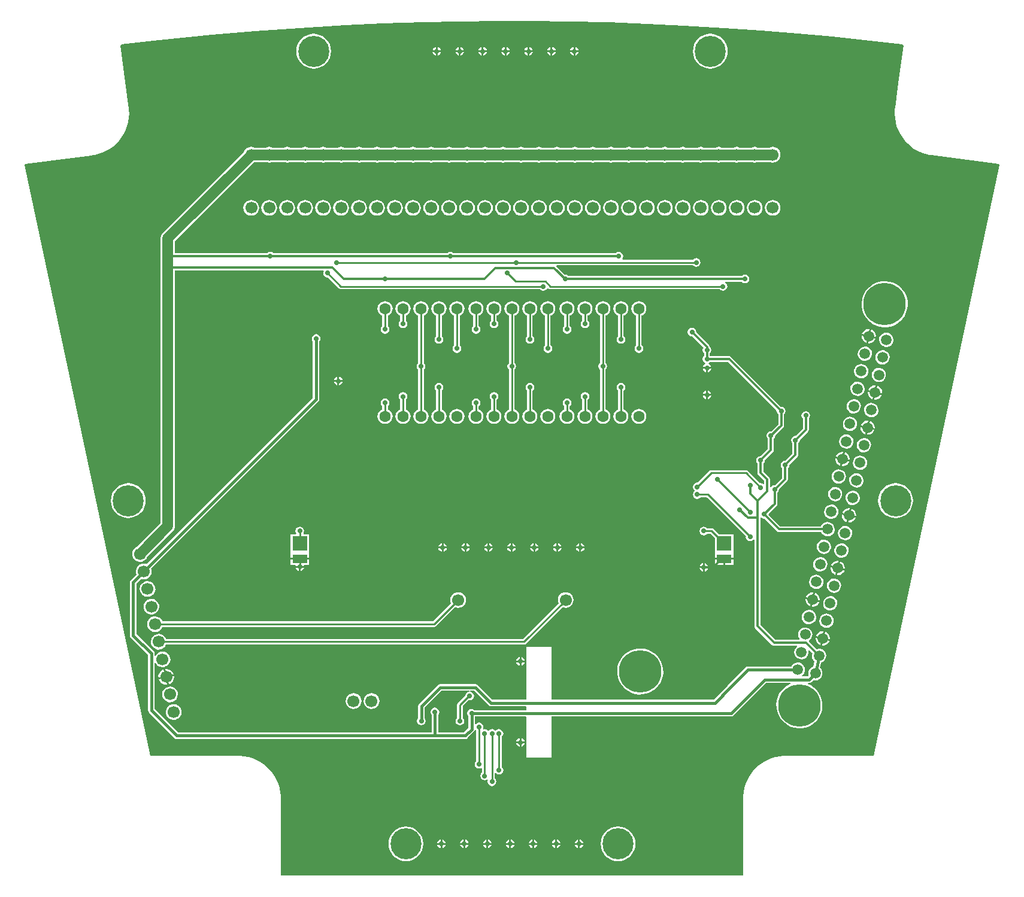
<source format=gtl>
G04*
G04 #@! TF.GenerationSoftware,Altium Limited,Altium Designer,18.1.11 (251)*
G04*
G04 Layer_Physical_Order=1*
G04 Layer_Color=255*
%FSLAX25Y25*%
%MOIN*%
G70*
G01*
G75*
%ADD13C,0.01575*%
%ADD15C,0.01000*%
%ADD16R,0.08268X0.08268*%
%ADD17R,0.08268X0.04724*%
%ADD26C,0.01181*%
%ADD27C,0.05906*%
%ADD28C,0.05906*%
%ADD29C,0.23622*%
%ADD30C,0.06693*%
%ADD31C,0.06299*%
%ADD32C,0.17323*%
%ADD33C,0.02756*%
G36*
X11516Y476026D02*
X31004Y475825D01*
X53839Y475313D01*
X75295Y474522D01*
X95768Y473549D01*
X118124Y472244D01*
X138779Y470817D01*
X159153Y469138D01*
X178467Y467323D01*
X196161Y465517D01*
X217467Y463118D01*
X217898Y462567D01*
X215087Y441437D01*
X213279Y427850D01*
Y427850D01*
X213155Y426700D01*
X213075Y424388D01*
X213223Y422079D01*
X213597Y419796D01*
X214193Y417560D01*
X215004Y415394D01*
X216024Y413318D01*
X217243Y411351D01*
X218649Y409514D01*
X220228Y407823D01*
X221965Y406295D01*
X223844Y404945D01*
X225845Y403786D01*
X227951Y402828D01*
X230141Y402081D01*
X232393Y401552D01*
X233536Y401371D01*
X238484Y400667D01*
X271109Y396326D01*
X271398Y395918D01*
X201431Y66750D01*
X152342D01*
X152342Y66750D01*
X151183Y66721D01*
X148876Y66494D01*
X146602Y66042D01*
X144384Y65369D01*
X142243Y64482D01*
X140198Y63389D01*
X138271Y62101D01*
X136479Y60631D01*
X134840Y58991D01*
X133369Y57199D01*
X132081Y55272D01*
X130988Y53228D01*
X130101Y51086D01*
X129428Y48868D01*
X128976Y46594D01*
X128749Y44287D01*
X128720Y43128D01*
Y23D01*
X-128720D01*
Y43128D01*
X-128720Y43128D01*
X-128721Y43128D01*
X-128749Y44287D01*
X-128976Y46594D01*
X-129429Y48867D01*
X-130101Y51086D01*
X-130989Y53228D01*
X-132081Y55272D01*
X-133369Y57199D01*
X-134840Y58991D01*
X-136479Y60631D01*
X-138271Y62101D01*
X-140198Y63389D01*
X-142243Y64482D01*
X-144385Y65369D01*
X-146603Y66042D01*
X-148876Y66494D01*
X-151183Y66721D01*
X-152342Y66750D01*
X-201431Y66750D01*
X-271398Y395918D01*
X-271109Y396326D01*
X-247146Y399514D01*
X-234062Y401255D01*
X-233579Y401319D01*
X-233579Y401319D01*
X-233579Y401319D01*
X-232434Y401500D01*
X-230177Y402030D01*
X-227983Y402778D01*
X-225873Y403737D01*
X-223867Y404899D01*
X-221984Y406252D01*
X-220244Y407783D01*
X-218661Y409477D01*
X-217252Y411318D01*
X-216031Y413288D01*
X-215009Y415369D01*
X-214195Y417540D01*
X-213598Y419780D01*
X-213224Y422067D01*
X-213075Y424381D01*
X-213154Y426698D01*
X-213279Y427850D01*
X-213502Y429528D01*
X-217898Y462567D01*
X-217467Y463118D01*
X-199606Y465129D01*
X-167028Y468438D01*
X-142960Y470472D01*
X-118209Y472238D01*
X-92618Y473714D01*
X-72047Y474644D01*
X-49114Y475419D01*
X-30020Y475847D01*
X-6988Y476060D01*
X11516Y476026D01*
D02*
G37*
%LPC*%
G36*
X35244Y461590D02*
Y459765D01*
X37069D01*
X36984Y460193D01*
X36459Y460979D01*
X35672Y461505D01*
X35244Y461590D01*
D02*
G37*
G36*
X34244D02*
X33816Y461505D01*
X33030Y460979D01*
X32504Y460193D01*
X32419Y459765D01*
X34244D01*
Y461590D01*
D02*
G37*
G36*
X22482D02*
Y459765D01*
X24307D01*
X24222Y460193D01*
X23696Y460979D01*
X22909Y461505D01*
X22482Y461590D01*
D02*
G37*
G36*
X21482D02*
X21054Y461505D01*
X20267Y460979D01*
X19742Y460193D01*
X19657Y459765D01*
X21482D01*
Y461590D01*
D02*
G37*
G36*
X9719D02*
Y459765D01*
X11544D01*
X11459Y460193D01*
X10933Y460979D01*
X10147Y461505D01*
X9719Y461590D01*
D02*
G37*
G36*
X8719D02*
X8291Y461505D01*
X7505Y460979D01*
X6979Y460193D01*
X6894Y459765D01*
X8719D01*
Y461590D01*
D02*
G37*
G36*
X-3043D02*
Y459765D01*
X-1218D01*
X-1303Y460193D01*
X-1829Y460979D01*
X-2616Y461505D01*
X-3043Y461590D01*
D02*
G37*
G36*
X-4043D02*
X-4471Y461505D01*
X-5258Y460979D01*
X-5783Y460193D01*
X-5868Y459765D01*
X-4043D01*
Y461590D01*
D02*
G37*
G36*
X-15806D02*
Y459765D01*
X-13981D01*
X-14066Y460193D01*
X-14591Y460979D01*
X-15378Y461505D01*
X-15806Y461590D01*
D02*
G37*
G36*
X-16806D02*
X-17234Y461505D01*
X-18020Y460979D01*
X-18546Y460193D01*
X-18631Y459765D01*
X-16806D01*
Y461590D01*
D02*
G37*
G36*
X-28568D02*
Y459765D01*
X-26743D01*
X-26828Y460193D01*
X-27354Y460979D01*
X-28140Y461505D01*
X-28568Y461590D01*
D02*
G37*
G36*
X-29568D02*
X-29996Y461505D01*
X-30783Y460979D01*
X-31308Y460193D01*
X-31393Y459765D01*
X-29568D01*
Y461590D01*
D02*
G37*
G36*
X-41331D02*
Y459765D01*
X-39506D01*
X-39591Y460193D01*
X-40116Y460979D01*
X-40903Y461505D01*
X-41331Y461590D01*
D02*
G37*
G36*
X-42331D02*
X-42759Y461505D01*
X-43545Y460979D01*
X-44071Y460193D01*
X-44156Y459765D01*
X-42331D01*
Y461590D01*
D02*
G37*
G36*
X37069Y458765D02*
X35244D01*
Y456940D01*
X35672Y457025D01*
X36459Y457551D01*
X36984Y458337D01*
X37069Y458765D01*
D02*
G37*
G36*
X34244D02*
X32419D01*
X32504Y458337D01*
X33030Y457551D01*
X33816Y457025D01*
X34244Y456940D01*
Y458765D01*
D02*
G37*
G36*
X24307D02*
X22482D01*
Y456940D01*
X22909Y457025D01*
X23696Y457551D01*
X24222Y458337D01*
X24307Y458765D01*
D02*
G37*
G36*
X21482D02*
X19657D01*
X19742Y458337D01*
X20267Y457551D01*
X21054Y457025D01*
X21482Y456940D01*
Y458765D01*
D02*
G37*
G36*
X11544D02*
X9719D01*
Y456940D01*
X10147Y457025D01*
X10933Y457551D01*
X11459Y458337D01*
X11544Y458765D01*
D02*
G37*
G36*
X8719D02*
X6894D01*
X6979Y458337D01*
X7505Y457551D01*
X8291Y457025D01*
X8719Y456940D01*
Y458765D01*
D02*
G37*
G36*
X-1218D02*
X-3043D01*
Y456940D01*
X-2616Y457025D01*
X-1829Y457551D01*
X-1303Y458337D01*
X-1218Y458765D01*
D02*
G37*
G36*
X-4043D02*
X-5868D01*
X-5783Y458337D01*
X-5258Y457551D01*
X-4471Y457025D01*
X-4043Y456940D01*
Y458765D01*
D02*
G37*
G36*
X-13981D02*
X-15806D01*
Y456940D01*
X-15378Y457025D01*
X-14591Y457551D01*
X-14066Y458337D01*
X-13981Y458765D01*
D02*
G37*
G36*
X-16806D02*
X-18631D01*
X-18546Y458337D01*
X-18020Y457551D01*
X-17234Y457025D01*
X-16806Y456940D01*
Y458765D01*
D02*
G37*
G36*
X-26743D02*
X-28568D01*
Y456940D01*
X-28140Y457025D01*
X-27354Y457551D01*
X-26828Y458337D01*
X-26743Y458765D01*
D02*
G37*
G36*
X-29568D02*
X-31393D01*
X-31308Y458337D01*
X-30783Y457551D01*
X-29996Y457025D01*
X-29568Y456940D01*
Y458765D01*
D02*
G37*
G36*
X-39506D02*
X-41331D01*
Y456940D01*
X-40903Y457025D01*
X-40116Y457551D01*
X-39591Y458337D01*
X-39506Y458765D01*
D02*
G37*
G36*
X-42331D02*
X-44156D01*
X-44071Y458337D01*
X-43545Y457551D01*
X-42759Y457025D01*
X-42331Y456940D01*
Y458765D01*
D02*
G37*
G36*
X110393Y468973D02*
X108499Y468787D01*
X106678Y468234D01*
X104999Y467337D01*
X103528Y466130D01*
X102321Y464659D01*
X101424Y462980D01*
X100871Y461159D01*
X100685Y459265D01*
X100871Y457371D01*
X101424Y455550D01*
X102321Y453871D01*
X103528Y452400D01*
X104999Y451193D01*
X106678Y450296D01*
X108499Y449743D01*
X110393Y449557D01*
X112287Y449743D01*
X114108Y450296D01*
X115787Y451193D01*
X117258Y452400D01*
X118465Y453871D01*
X119362Y455550D01*
X119915Y457371D01*
X120101Y459265D01*
X119915Y461159D01*
X119362Y462980D01*
X118465Y464659D01*
X117258Y466130D01*
X115787Y467337D01*
X114108Y468234D01*
X112287Y468787D01*
X110393Y468973D01*
D02*
G37*
G36*
X-110393D02*
X-112287Y468787D01*
X-114108Y468234D01*
X-115787Y467337D01*
X-117258Y466130D01*
X-118465Y464659D01*
X-119362Y462980D01*
X-119915Y461159D01*
X-120101Y459265D01*
X-119915Y457371D01*
X-119362Y455550D01*
X-118465Y453871D01*
X-117258Y452400D01*
X-115787Y451193D01*
X-114108Y450296D01*
X-112287Y449743D01*
X-110393Y449557D01*
X-108499Y449743D01*
X-106678Y450296D01*
X-104999Y451193D01*
X-103528Y452400D01*
X-102321Y453871D01*
X-101424Y455550D01*
X-100872Y457371D01*
X-100685Y459265D01*
X-100872Y461159D01*
X-101424Y462980D01*
X-102321Y464659D01*
X-103528Y466130D01*
X-104999Y467337D01*
X-106678Y468234D01*
X-108499Y468787D01*
X-110393Y468973D01*
D02*
G37*
G36*
X45000Y405959D02*
X43865Y405809D01*
X43267Y405562D01*
X36733D01*
X36135Y405809D01*
X35000Y405959D01*
X33865Y405809D01*
X33267Y405562D01*
X26733D01*
X26135Y405809D01*
X25000Y405959D01*
X23865Y405809D01*
X23267Y405562D01*
X16733D01*
X16135Y405809D01*
X15000Y405959D01*
X13865Y405809D01*
X13267Y405562D01*
X6733D01*
X6135Y405809D01*
X5000Y405959D01*
X3865Y405809D01*
X3267Y405562D01*
X-3267D01*
X-3865Y405809D01*
X-5000Y405959D01*
X-6135Y405809D01*
X-6733Y405562D01*
X-13267D01*
X-13865Y405809D01*
X-15000Y405959D01*
X-16135Y405809D01*
X-16733Y405562D01*
X-23267D01*
X-23865Y405809D01*
X-25000Y405959D01*
X-26135Y405809D01*
X-26733Y405562D01*
X-33267D01*
X-33865Y405809D01*
X-35000Y405959D01*
X-36135Y405809D01*
X-36733Y405562D01*
X-43267D01*
X-43865Y405809D01*
X-45000Y405959D01*
X-46135Y405809D01*
X-46733Y405562D01*
X-53385D01*
X-53983Y405809D01*
X-55118Y405959D01*
X-56253Y405809D01*
X-56851Y405562D01*
X-63385D01*
X-63984Y405809D01*
X-65118Y405959D01*
X-66253Y405809D01*
X-66851Y405562D01*
X-73385D01*
X-73984Y405809D01*
X-75118Y405959D01*
X-76253Y405809D01*
X-76851Y405562D01*
X-83385D01*
X-83983Y405809D01*
X-85118Y405959D01*
X-86253Y405809D01*
X-86851Y405562D01*
X-93385D01*
X-93984Y405809D01*
X-95118Y405959D01*
X-96253Y405809D01*
X-96851Y405562D01*
X-103385D01*
X-103983Y405809D01*
X-105118Y405959D01*
X-106253Y405809D01*
X-106851Y405562D01*
X-113385D01*
X-113984Y405809D01*
X-115118Y405959D01*
X-116253Y405809D01*
X-116851Y405562D01*
X-123385D01*
X-123984Y405809D01*
X-125118Y405959D01*
X-126253Y405809D01*
X-126851Y405562D01*
X-133385D01*
X-133984Y405809D01*
X-135118Y405959D01*
X-136253Y405809D01*
X-136851Y405562D01*
X-143385D01*
X-143983Y405809D01*
X-145118Y405959D01*
X-146253Y405809D01*
X-147310Y405371D01*
X-148218Y404675D01*
X-148915Y403767D01*
X-149162Y403169D01*
X-194355Y357977D01*
X-194988Y357151D01*
X-195386Y356189D01*
X-195522Y355157D01*
X-195522Y355157D01*
Y344783D01*
Y338878D01*
Y196337D01*
X-208579Y183280D01*
X-208979Y183139D01*
X-209922Y182490D01*
X-210665Y181620D01*
X-211158Y180587D01*
X-211367Y179462D01*
X-211277Y178321D01*
X-210895Y177242D01*
X-210247Y176299D01*
X-209376Y175556D01*
X-208343Y175063D01*
X-207218Y174854D01*
X-206077Y174944D01*
X-204998Y175326D01*
X-204055Y175975D01*
X-203312Y176845D01*
X-202923Y177659D01*
X-188716Y191867D01*
X-188716Y191867D01*
X-188083Y192692D01*
X-187684Y193654D01*
X-187549Y194686D01*
X-187549Y194686D01*
Y337256D01*
X-104922Y337256D01*
X-104686Y336815D01*
X-104858Y336558D01*
X-105043Y335630D01*
X-104858Y334702D01*
X-104332Y333915D01*
X-103546Y333390D01*
X-102618Y333205D01*
X-102400Y333249D01*
X-96278Y327127D01*
X-95782Y326796D01*
X-95197Y326679D01*
X15563D01*
X15687Y326494D01*
X16474Y325969D01*
X17402Y325784D01*
X18329Y325969D01*
X19116Y326494D01*
X19597Y327214D01*
X20118Y327400D01*
X20351Y327167D01*
X20847Y326835D01*
X21432Y326719D01*
X115642D01*
X115766Y326534D01*
X116552Y326008D01*
X117480Y325823D01*
X118408Y326008D01*
X119195Y326534D01*
X119720Y327320D01*
X119905Y328248D01*
X119720Y329176D01*
X119195Y329962D01*
X118603Y330358D01*
X118755Y330858D01*
X127868D01*
X127930Y330765D01*
X128717Y330239D01*
X129644Y330055D01*
X130572Y330239D01*
X131359Y330765D01*
X131884Y331552D01*
X132069Y332479D01*
X131884Y333407D01*
X131359Y334194D01*
X130572Y334719D01*
X129644Y334904D01*
X128717Y334719D01*
X127930Y334194D01*
X127868Y334101D01*
X31316D01*
X31280Y334154D01*
X30493Y334680D01*
X29566Y334864D01*
X29456Y334843D01*
X24738Y339561D01*
X24945Y340061D01*
X100754D01*
X100864Y339896D01*
X101651Y339370D01*
X102579Y339186D01*
X103507Y339370D01*
X104293Y339896D01*
X104819Y340682D01*
X105003Y341610D01*
X104819Y342538D01*
X104293Y343325D01*
X103507Y343850D01*
X102579Y344035D01*
X101651Y343850D01*
X100864Y343325D01*
X100728Y343120D01*
X61622D01*
X61355Y343620D01*
X61709Y344151D01*
X61894Y345079D01*
X61709Y346007D01*
X61184Y346793D01*
X60397Y347319D01*
X59469Y347503D01*
X58542Y347319D01*
X57755Y346793D01*
X57693Y346701D01*
X-32632D01*
X-32694Y346793D01*
X-33480Y347319D01*
X-34408Y347503D01*
X-35336Y347319D01*
X-36123Y346793D01*
X-36185Y346701D01*
X-132730D01*
X-132792Y346793D01*
X-133579Y347319D01*
X-134507Y347503D01*
X-135434Y347319D01*
X-136221Y346793D01*
X-136283Y346701D01*
X-187549D01*
Y353506D01*
X-143524Y397531D01*
X-143385Y397588D01*
X-136851D01*
X-136253Y397340D01*
X-135118Y397191D01*
X-133984Y397340D01*
X-133385Y397588D01*
X-126851D01*
X-126253Y397340D01*
X-125118Y397191D01*
X-123984Y397340D01*
X-123385Y397588D01*
X-116851D01*
X-116253Y397340D01*
X-115118Y397191D01*
X-113984Y397340D01*
X-113385Y397588D01*
X-106851D01*
X-106253Y397340D01*
X-105118Y397191D01*
X-103983Y397340D01*
X-103385Y397588D01*
X-96851D01*
X-96253Y397340D01*
X-95118Y397191D01*
X-93984Y397340D01*
X-93385Y397588D01*
X-86851D01*
X-86253Y397340D01*
X-85118Y397191D01*
X-83983Y397340D01*
X-83385Y397588D01*
X-76851D01*
X-76253Y397340D01*
X-75118Y397191D01*
X-73984Y397340D01*
X-73385Y397588D01*
X-66851D01*
X-66253Y397340D01*
X-65118Y397191D01*
X-63984Y397340D01*
X-63385Y397588D01*
X-56851D01*
X-56253Y397340D01*
X-55118Y397191D01*
X-53983Y397340D01*
X-53385Y397588D01*
X-46733D01*
X-46135Y397340D01*
X-45000Y397191D01*
X-43865Y397340D01*
X-43267Y397588D01*
X-36733D01*
X-36135Y397340D01*
X-35000Y397191D01*
X-33865Y397340D01*
X-33267Y397588D01*
X-26733D01*
X-26135Y397340D01*
X-25000Y397191D01*
X-23865Y397340D01*
X-23267Y397588D01*
X-16733D01*
X-16135Y397340D01*
X-15000Y397191D01*
X-13865Y397340D01*
X-13267Y397588D01*
X-6733D01*
X-6135Y397340D01*
X-5000Y397191D01*
X-3865Y397340D01*
X-3267Y397588D01*
X3267D01*
X3865Y397340D01*
X5000Y397191D01*
X6135Y397340D01*
X6733Y397588D01*
X13267D01*
X13865Y397340D01*
X15000Y397191D01*
X16135Y397340D01*
X16733Y397588D01*
X23267D01*
X23865Y397340D01*
X25000Y397191D01*
X26135Y397340D01*
X26733Y397588D01*
X33267D01*
X33865Y397340D01*
X35000Y397191D01*
X36135Y397340D01*
X36733Y397588D01*
X43267D01*
X43865Y397340D01*
X45000Y397191D01*
X46135Y397340D01*
X46733Y397588D01*
X53385D01*
X53983Y397340D01*
X55118Y397191D01*
X56253Y397340D01*
X56851Y397588D01*
X63385D01*
X63984Y397340D01*
X65118Y397191D01*
X66253Y397340D01*
X66851Y397588D01*
X73385D01*
X73984Y397340D01*
X75118Y397191D01*
X76253Y397340D01*
X76851Y397588D01*
X83385D01*
X83983Y397340D01*
X85118Y397191D01*
X86253Y397340D01*
X86851Y397588D01*
X93385D01*
X93984Y397340D01*
X95118Y397191D01*
X96253Y397340D01*
X96851Y397588D01*
X103385D01*
X103983Y397340D01*
X105118Y397191D01*
X106253Y397340D01*
X106851Y397588D01*
X113385D01*
X113984Y397340D01*
X115118Y397191D01*
X116253Y397340D01*
X116851Y397588D01*
X123385D01*
X123984Y397340D01*
X125118Y397191D01*
X126253Y397340D01*
X126851Y397588D01*
X133385D01*
X133984Y397340D01*
X135118Y397191D01*
X136253Y397340D01*
X136851Y397588D01*
X143385D01*
X143983Y397340D01*
X145118Y397191D01*
X146253Y397340D01*
X147310Y397778D01*
X148218Y398475D01*
X148915Y399383D01*
X149353Y400440D01*
X149502Y401575D01*
X149353Y402709D01*
X148915Y403767D01*
X148218Y404675D01*
X147310Y405371D01*
X146253Y405809D01*
X145118Y405959D01*
X143983Y405809D01*
X143385Y405562D01*
X136851D01*
X136253Y405809D01*
X135118Y405959D01*
X133984Y405809D01*
X133385Y405562D01*
X126851D01*
X126253Y405809D01*
X125118Y405959D01*
X123984Y405809D01*
X123385Y405562D01*
X116851D01*
X116253Y405809D01*
X115118Y405959D01*
X113984Y405809D01*
X113385Y405562D01*
X106851D01*
X106253Y405809D01*
X105118Y405959D01*
X103983Y405809D01*
X103385Y405562D01*
X96851D01*
X96253Y405809D01*
X95118Y405959D01*
X93984Y405809D01*
X93385Y405562D01*
X86851D01*
X86253Y405809D01*
X85118Y405959D01*
X83983Y405809D01*
X83385Y405562D01*
X76851D01*
X76253Y405809D01*
X75118Y405959D01*
X73984Y405809D01*
X73385Y405562D01*
X66851D01*
X66253Y405809D01*
X65118Y405959D01*
X63984Y405809D01*
X63385Y405562D01*
X56851D01*
X56253Y405809D01*
X55118Y405959D01*
X53983Y405809D01*
X53385Y405562D01*
X46733D01*
X46135Y405809D01*
X45000Y405959D01*
D02*
G37*
G36*
Y376431D02*
X43865Y376282D01*
X42808Y375844D01*
X41900Y375147D01*
X41203Y374239D01*
X40765Y373182D01*
X40616Y372047D01*
X40765Y370913D01*
X41203Y369855D01*
X41900Y368947D01*
X42808Y368251D01*
X43865Y367813D01*
X45000Y367663D01*
X46135Y367813D01*
X47192Y368251D01*
X48100Y368947D01*
X48797Y369855D01*
X49235Y370913D01*
X49384Y372047D01*
X49235Y373182D01*
X48797Y374239D01*
X48100Y375147D01*
X47192Y375844D01*
X46135Y376282D01*
X45000Y376431D01*
D02*
G37*
G36*
X35000D02*
X33865Y376282D01*
X32808Y375844D01*
X31900Y375147D01*
X31203Y374239D01*
X30765Y373182D01*
X30616Y372047D01*
X30765Y370913D01*
X31203Y369855D01*
X31900Y368947D01*
X32808Y368251D01*
X33865Y367813D01*
X35000Y367663D01*
X36135Y367813D01*
X37192Y368251D01*
X38100Y368947D01*
X38797Y369855D01*
X39235Y370913D01*
X39384Y372047D01*
X39235Y373182D01*
X38797Y374239D01*
X38100Y375147D01*
X37192Y375844D01*
X36135Y376282D01*
X35000Y376431D01*
D02*
G37*
G36*
X25000D02*
X23865Y376282D01*
X22808Y375844D01*
X21900Y375147D01*
X21203Y374239D01*
X20765Y373182D01*
X20616Y372047D01*
X20765Y370913D01*
X21203Y369855D01*
X21900Y368947D01*
X22808Y368251D01*
X23865Y367813D01*
X25000Y367663D01*
X26135Y367813D01*
X27192Y368251D01*
X28100Y368947D01*
X28797Y369855D01*
X29235Y370913D01*
X29384Y372047D01*
X29235Y373182D01*
X28797Y374239D01*
X28100Y375147D01*
X27192Y375844D01*
X26135Y376282D01*
X25000Y376431D01*
D02*
G37*
G36*
X15000D02*
X13865Y376282D01*
X12808Y375844D01*
X11900Y375147D01*
X11203Y374239D01*
X10765Y373182D01*
X10616Y372047D01*
X10765Y370913D01*
X11203Y369855D01*
X11900Y368947D01*
X12808Y368251D01*
X13865Y367813D01*
X15000Y367663D01*
X16135Y367813D01*
X17192Y368251D01*
X18100Y368947D01*
X18797Y369855D01*
X19235Y370913D01*
X19384Y372047D01*
X19235Y373182D01*
X18797Y374239D01*
X18100Y375147D01*
X17192Y375844D01*
X16135Y376282D01*
X15000Y376431D01*
D02*
G37*
G36*
X5000D02*
X3865Y376282D01*
X2808Y375844D01*
X1900Y375147D01*
X1203Y374239D01*
X765Y373182D01*
X616Y372047D01*
X765Y370913D01*
X1203Y369855D01*
X1900Y368947D01*
X2808Y368251D01*
X3865Y367813D01*
X5000Y367663D01*
X6135Y367813D01*
X7192Y368251D01*
X8100Y368947D01*
X8797Y369855D01*
X9235Y370913D01*
X9384Y372047D01*
X9235Y373182D01*
X8797Y374239D01*
X8100Y375147D01*
X7192Y375844D01*
X6135Y376282D01*
X5000Y376431D01*
D02*
G37*
G36*
X-5000D02*
X-6135Y376282D01*
X-7192Y375844D01*
X-8100Y375147D01*
X-8797Y374239D01*
X-9235Y373182D01*
X-9384Y372047D01*
X-9235Y370913D01*
X-8797Y369855D01*
X-8100Y368947D01*
X-7192Y368251D01*
X-6135Y367813D01*
X-5000Y367663D01*
X-3865Y367813D01*
X-2808Y368251D01*
X-1900Y368947D01*
X-1203Y369855D01*
X-765Y370913D01*
X-616Y372047D01*
X-765Y373182D01*
X-1203Y374239D01*
X-1900Y375147D01*
X-2808Y375844D01*
X-3865Y376282D01*
X-5000Y376431D01*
D02*
G37*
G36*
X-15000D02*
X-16135Y376282D01*
X-17192Y375844D01*
X-18100Y375147D01*
X-18797Y374239D01*
X-19235Y373182D01*
X-19384Y372047D01*
X-19235Y370913D01*
X-18797Y369855D01*
X-18100Y368947D01*
X-17192Y368251D01*
X-16135Y367813D01*
X-15000Y367663D01*
X-13865Y367813D01*
X-12808Y368251D01*
X-11900Y368947D01*
X-11203Y369855D01*
X-10765Y370913D01*
X-10616Y372047D01*
X-10765Y373182D01*
X-11203Y374239D01*
X-11900Y375147D01*
X-12808Y375844D01*
X-13865Y376282D01*
X-15000Y376431D01*
D02*
G37*
G36*
X-25000D02*
X-26135Y376282D01*
X-27192Y375844D01*
X-28100Y375147D01*
X-28797Y374239D01*
X-29235Y373182D01*
X-29384Y372047D01*
X-29235Y370913D01*
X-28797Y369855D01*
X-28100Y368947D01*
X-27192Y368251D01*
X-26135Y367813D01*
X-25000Y367663D01*
X-23865Y367813D01*
X-22808Y368251D01*
X-21900Y368947D01*
X-21203Y369855D01*
X-20765Y370913D01*
X-20616Y372047D01*
X-20765Y373182D01*
X-21203Y374239D01*
X-21900Y375147D01*
X-22808Y375844D01*
X-23865Y376282D01*
X-25000Y376431D01*
D02*
G37*
G36*
X-35000D02*
X-36135Y376282D01*
X-37192Y375844D01*
X-38100Y375147D01*
X-38797Y374239D01*
X-39235Y373182D01*
X-39384Y372047D01*
X-39235Y370913D01*
X-38797Y369855D01*
X-38100Y368947D01*
X-37192Y368251D01*
X-36135Y367813D01*
X-35000Y367663D01*
X-33865Y367813D01*
X-32808Y368251D01*
X-31900Y368947D01*
X-31203Y369855D01*
X-30765Y370913D01*
X-30616Y372047D01*
X-30765Y373182D01*
X-31203Y374239D01*
X-31900Y375147D01*
X-32808Y375844D01*
X-33865Y376282D01*
X-35000Y376431D01*
D02*
G37*
G36*
X-45000D02*
X-46135Y376282D01*
X-47192Y375844D01*
X-48100Y375147D01*
X-48797Y374239D01*
X-49235Y373182D01*
X-49384Y372047D01*
X-49235Y370913D01*
X-48797Y369855D01*
X-48100Y368947D01*
X-47192Y368251D01*
X-46135Y367813D01*
X-45000Y367663D01*
X-43865Y367813D01*
X-42808Y368251D01*
X-41900Y368947D01*
X-41203Y369855D01*
X-40765Y370913D01*
X-40616Y372047D01*
X-40765Y373182D01*
X-41203Y374239D01*
X-41900Y375147D01*
X-42808Y375844D01*
X-43865Y376282D01*
X-45000Y376431D01*
D02*
G37*
G36*
X-55118D02*
X-56253Y376282D01*
X-57310Y375844D01*
X-58218Y375147D01*
X-58915Y374239D01*
X-59353Y373182D01*
X-59502Y372047D01*
X-59353Y370913D01*
X-58915Y369855D01*
X-58218Y368947D01*
X-57310Y368251D01*
X-56253Y367813D01*
X-55118Y367663D01*
X-53983Y367813D01*
X-52926Y368251D01*
X-52018Y368947D01*
X-51322Y369855D01*
X-50884Y370913D01*
X-50734Y372047D01*
X-50884Y373182D01*
X-51322Y374239D01*
X-52018Y375147D01*
X-52926Y375844D01*
X-53983Y376282D01*
X-55118Y376431D01*
D02*
G37*
G36*
X-65118D02*
X-66253Y376282D01*
X-67310Y375844D01*
X-68218Y375147D01*
X-68915Y374239D01*
X-69353Y373182D01*
X-69502Y372047D01*
X-69353Y370913D01*
X-68915Y369855D01*
X-68218Y368947D01*
X-67310Y368251D01*
X-66253Y367813D01*
X-65118Y367663D01*
X-63984Y367813D01*
X-62926Y368251D01*
X-62018Y368947D01*
X-61322Y369855D01*
X-60883Y370913D01*
X-60734Y372047D01*
X-60883Y373182D01*
X-61322Y374239D01*
X-62018Y375147D01*
X-62926Y375844D01*
X-63984Y376282D01*
X-65118Y376431D01*
D02*
G37*
G36*
X-75118D02*
X-76253Y376282D01*
X-77310Y375844D01*
X-78218Y375147D01*
X-78915Y374239D01*
X-79353Y373182D01*
X-79502Y372047D01*
X-79353Y370913D01*
X-78915Y369855D01*
X-78218Y368947D01*
X-77310Y368251D01*
X-76253Y367813D01*
X-75118Y367663D01*
X-73984Y367813D01*
X-72926Y368251D01*
X-72018Y368947D01*
X-71321Y369855D01*
X-70884Y370913D01*
X-70734Y372047D01*
X-70884Y373182D01*
X-71321Y374239D01*
X-72018Y375147D01*
X-72926Y375844D01*
X-73984Y376282D01*
X-75118Y376431D01*
D02*
G37*
G36*
X-85118D02*
X-86253Y376282D01*
X-87310Y375844D01*
X-88218Y375147D01*
X-88915Y374239D01*
X-89353Y373182D01*
X-89502Y372047D01*
X-89353Y370913D01*
X-88915Y369855D01*
X-88218Y368947D01*
X-87310Y368251D01*
X-86253Y367813D01*
X-85118Y367663D01*
X-83983Y367813D01*
X-82926Y368251D01*
X-82018Y368947D01*
X-81322Y369855D01*
X-80884Y370913D01*
X-80734Y372047D01*
X-80884Y373182D01*
X-81322Y374239D01*
X-82018Y375147D01*
X-82926Y375844D01*
X-83983Y376282D01*
X-85118Y376431D01*
D02*
G37*
G36*
X-95118D02*
X-96253Y376282D01*
X-97310Y375844D01*
X-98218Y375147D01*
X-98915Y374239D01*
X-99353Y373182D01*
X-99502Y372047D01*
X-99353Y370913D01*
X-98915Y369855D01*
X-98218Y368947D01*
X-97310Y368251D01*
X-96253Y367813D01*
X-95118Y367663D01*
X-93984Y367813D01*
X-92926Y368251D01*
X-92018Y368947D01*
X-91321Y369855D01*
X-90883Y370913D01*
X-90734Y372047D01*
X-90883Y373182D01*
X-91321Y374239D01*
X-92018Y375147D01*
X-92926Y375844D01*
X-93984Y376282D01*
X-95118Y376431D01*
D02*
G37*
G36*
X-105118D02*
X-106253Y376282D01*
X-107310Y375844D01*
X-108218Y375147D01*
X-108915Y374239D01*
X-109353Y373182D01*
X-109502Y372047D01*
X-109353Y370913D01*
X-108915Y369855D01*
X-108218Y368947D01*
X-107310Y368251D01*
X-106253Y367813D01*
X-105118Y367663D01*
X-103983Y367813D01*
X-102926Y368251D01*
X-102018Y368947D01*
X-101321Y369855D01*
X-100883Y370913D01*
X-100734Y372047D01*
X-100883Y373182D01*
X-101321Y374239D01*
X-102018Y375147D01*
X-102926Y375844D01*
X-103983Y376282D01*
X-105118Y376431D01*
D02*
G37*
G36*
X-115118D02*
X-116253Y376282D01*
X-117310Y375844D01*
X-118218Y375147D01*
X-118915Y374239D01*
X-119353Y373182D01*
X-119502Y372047D01*
X-119353Y370913D01*
X-118915Y369855D01*
X-118218Y368947D01*
X-117310Y368251D01*
X-116253Y367813D01*
X-115118Y367663D01*
X-113984Y367813D01*
X-112926Y368251D01*
X-112018Y368947D01*
X-111321Y369855D01*
X-110883Y370913D01*
X-110734Y372047D01*
X-110883Y373182D01*
X-111321Y374239D01*
X-112018Y375147D01*
X-112926Y375844D01*
X-113984Y376282D01*
X-115118Y376431D01*
D02*
G37*
G36*
X-125118D02*
X-126253Y376282D01*
X-127310Y375844D01*
X-128218Y375147D01*
X-128915Y374239D01*
X-129353Y373182D01*
X-129502Y372047D01*
X-129353Y370913D01*
X-128915Y369855D01*
X-128218Y368947D01*
X-127310Y368251D01*
X-126253Y367813D01*
X-125118Y367663D01*
X-123984Y367813D01*
X-122926Y368251D01*
X-122018Y368947D01*
X-121321Y369855D01*
X-120884Y370913D01*
X-120734Y372047D01*
X-120884Y373182D01*
X-121321Y374239D01*
X-122018Y375147D01*
X-122926Y375844D01*
X-123984Y376282D01*
X-125118Y376431D01*
D02*
G37*
G36*
X-135118D02*
X-136253Y376282D01*
X-137310Y375844D01*
X-138218Y375147D01*
X-138915Y374239D01*
X-139353Y373182D01*
X-139502Y372047D01*
X-139353Y370913D01*
X-138915Y369855D01*
X-138218Y368947D01*
X-137310Y368251D01*
X-136253Y367813D01*
X-135118Y367663D01*
X-133984Y367813D01*
X-132926Y368251D01*
X-132018Y368947D01*
X-131322Y369855D01*
X-130884Y370913D01*
X-130734Y372047D01*
X-130884Y373182D01*
X-131322Y374239D01*
X-132018Y375147D01*
X-132926Y375844D01*
X-133984Y376282D01*
X-135118Y376431D01*
D02*
G37*
G36*
X-145118D02*
X-146253Y376282D01*
X-147310Y375844D01*
X-148218Y375147D01*
X-148915Y374239D01*
X-149353Y373182D01*
X-149502Y372047D01*
X-149353Y370913D01*
X-148915Y369855D01*
X-148218Y368947D01*
X-147310Y368251D01*
X-146253Y367813D01*
X-145118Y367663D01*
X-143983Y367813D01*
X-142926Y368251D01*
X-142018Y368947D01*
X-141322Y369855D01*
X-140884Y370913D01*
X-140734Y372047D01*
X-140884Y373182D01*
X-141322Y374239D01*
X-142018Y375147D01*
X-142926Y375844D01*
X-143983Y376282D01*
X-145118Y376431D01*
D02*
G37*
G36*
X145118Y376431D02*
X143983Y376282D01*
X142926Y375844D01*
X142018Y375147D01*
X141322Y374239D01*
X140884Y373182D01*
X140734Y372047D01*
X140884Y370913D01*
X141322Y369855D01*
X142018Y368947D01*
X142926Y368251D01*
X143983Y367813D01*
X145118Y367663D01*
X146253Y367813D01*
X147310Y368251D01*
X148218Y368947D01*
X148915Y369855D01*
X149353Y370913D01*
X149502Y372047D01*
X149353Y373182D01*
X148915Y374239D01*
X148218Y375147D01*
X147310Y375844D01*
X146253Y376282D01*
X145118Y376431D01*
D02*
G37*
G36*
X135118D02*
X133984Y376282D01*
X132926Y375844D01*
X132018Y375147D01*
X131322Y374239D01*
X130884Y373182D01*
X130734Y372047D01*
X130884Y370913D01*
X131322Y369855D01*
X132018Y368947D01*
X132926Y368251D01*
X133984Y367813D01*
X135118Y367663D01*
X136253Y367813D01*
X137310Y368251D01*
X138218Y368947D01*
X138915Y369855D01*
X139353Y370913D01*
X139502Y372047D01*
X139353Y373182D01*
X138915Y374239D01*
X138218Y375147D01*
X137310Y375844D01*
X136253Y376282D01*
X135118Y376431D01*
D02*
G37*
G36*
X125118D02*
X123984Y376282D01*
X122926Y375844D01*
X122018Y375147D01*
X121321Y374239D01*
X120884Y373182D01*
X120734Y372047D01*
X120884Y370913D01*
X121321Y369855D01*
X122018Y368947D01*
X122926Y368251D01*
X123984Y367813D01*
X125118Y367663D01*
X126253Y367813D01*
X127310Y368251D01*
X128218Y368947D01*
X128915Y369855D01*
X129353Y370913D01*
X129502Y372047D01*
X129353Y373182D01*
X128915Y374239D01*
X128218Y375147D01*
X127310Y375844D01*
X126253Y376282D01*
X125118Y376431D01*
D02*
G37*
G36*
X115118D02*
X113984Y376282D01*
X112926Y375844D01*
X112018Y375147D01*
X111321Y374239D01*
X110883Y373182D01*
X110734Y372047D01*
X110883Y370913D01*
X111321Y369855D01*
X112018Y368947D01*
X112926Y368251D01*
X113984Y367813D01*
X115118Y367663D01*
X116253Y367813D01*
X117310Y368251D01*
X118218Y368947D01*
X118915Y369855D01*
X119353Y370913D01*
X119502Y372047D01*
X119353Y373182D01*
X118915Y374239D01*
X118218Y375147D01*
X117310Y375844D01*
X116253Y376282D01*
X115118Y376431D01*
D02*
G37*
G36*
X105118D02*
X103983Y376282D01*
X102926Y375844D01*
X102018Y375147D01*
X101321Y374239D01*
X100883Y373182D01*
X100734Y372047D01*
X100883Y370913D01*
X101321Y369855D01*
X102018Y368947D01*
X102926Y368251D01*
X103983Y367813D01*
X105118Y367663D01*
X106253Y367813D01*
X107310Y368251D01*
X108218Y368947D01*
X108915Y369855D01*
X109353Y370913D01*
X109502Y372047D01*
X109353Y373182D01*
X108915Y374239D01*
X108218Y375147D01*
X107310Y375844D01*
X106253Y376282D01*
X105118Y376431D01*
D02*
G37*
G36*
X95118D02*
X93984Y376282D01*
X92926Y375844D01*
X92018Y375147D01*
X91321Y374239D01*
X90883Y373182D01*
X90734Y372047D01*
X90883Y370913D01*
X91321Y369855D01*
X92018Y368947D01*
X92926Y368251D01*
X93984Y367813D01*
X95118Y367663D01*
X96253Y367813D01*
X97310Y368251D01*
X98218Y368947D01*
X98915Y369855D01*
X99353Y370913D01*
X99502Y372047D01*
X99353Y373182D01*
X98915Y374239D01*
X98218Y375147D01*
X97310Y375844D01*
X96253Y376282D01*
X95118Y376431D01*
D02*
G37*
G36*
X85118D02*
X83983Y376282D01*
X82926Y375844D01*
X82018Y375147D01*
X81322Y374239D01*
X80884Y373182D01*
X80734Y372047D01*
X80884Y370913D01*
X81322Y369855D01*
X82018Y368947D01*
X82926Y368251D01*
X83983Y367813D01*
X85118Y367663D01*
X86253Y367813D01*
X87310Y368251D01*
X88218Y368947D01*
X88915Y369855D01*
X89353Y370913D01*
X89502Y372047D01*
X89353Y373182D01*
X88915Y374239D01*
X88218Y375147D01*
X87310Y375844D01*
X86253Y376282D01*
X85118Y376431D01*
D02*
G37*
G36*
X75118D02*
X73984Y376282D01*
X72926Y375844D01*
X72018Y375147D01*
X71321Y374239D01*
X70884Y373182D01*
X70734Y372047D01*
X70884Y370913D01*
X71321Y369855D01*
X72018Y368947D01*
X72926Y368251D01*
X73984Y367813D01*
X75118Y367663D01*
X76253Y367813D01*
X77310Y368251D01*
X78218Y368947D01*
X78915Y369855D01*
X79353Y370913D01*
X79502Y372047D01*
X79353Y373182D01*
X78915Y374239D01*
X78218Y375147D01*
X77310Y375844D01*
X76253Y376282D01*
X75118Y376431D01*
D02*
G37*
G36*
X65118D02*
X63984Y376282D01*
X62926Y375844D01*
X62018Y375147D01*
X61322Y374239D01*
X60883Y373182D01*
X60734Y372047D01*
X60883Y370913D01*
X61322Y369855D01*
X62018Y368947D01*
X62926Y368251D01*
X63984Y367813D01*
X65118Y367663D01*
X66253Y367813D01*
X67310Y368251D01*
X68218Y368947D01*
X68915Y369855D01*
X69353Y370913D01*
X69502Y372047D01*
X69353Y373182D01*
X68915Y374239D01*
X68218Y375147D01*
X67310Y375844D01*
X66253Y376282D01*
X65118Y376431D01*
D02*
G37*
G36*
X55118D02*
X53983Y376282D01*
X52926Y375844D01*
X52018Y375147D01*
X51322Y374239D01*
X50884Y373182D01*
X50734Y372047D01*
X50884Y370913D01*
X51322Y369855D01*
X52018Y368947D01*
X52926Y368251D01*
X53983Y367813D01*
X55118Y367663D01*
X56253Y367813D01*
X57310Y368251D01*
X58218Y368947D01*
X58915Y369855D01*
X59353Y370913D01*
X59502Y372047D01*
X59353Y373182D01*
X58915Y374239D01*
X58218Y375147D01*
X57310Y375844D01*
X56253Y376282D01*
X55118Y376431D01*
D02*
G37*
G36*
X208136Y331135D02*
X206121Y331083D01*
X204138Y330715D01*
X202237Y330042D01*
X200465Y329080D01*
X198865Y327852D01*
X197477Y326390D01*
X196335Y324728D01*
X195467Y322908D01*
X194894Y320974D01*
X194631Y318975D01*
X194684Y316959D01*
X195051Y314976D01*
X195724Y313075D01*
X196686Y311303D01*
X197914Y309704D01*
X199377Y308315D01*
X201039Y307173D01*
X202859Y306305D01*
X204792Y305732D01*
X206791Y305469D01*
X208807Y305522D01*
X210790Y305890D01*
X212691Y306563D01*
X214463Y307525D01*
X216063Y308752D01*
X217451Y310215D01*
X218593Y311877D01*
X219461Y313697D01*
X220034Y315631D01*
X220297Y317630D01*
X220244Y319646D01*
X219877Y321628D01*
X219203Y323529D01*
X218241Y325301D01*
X217014Y326901D01*
X215551Y328289D01*
X213889Y329431D01*
X212069Y330299D01*
X210136Y330872D01*
X208136Y331135D01*
D02*
G37*
G36*
X-60630Y320091D02*
X-61713Y319949D01*
X-62723Y319530D01*
X-63589Y318865D01*
X-64255Y317998D01*
X-64673Y316989D01*
X-64815Y315906D01*
X-64673Y314823D01*
X-64255Y313813D01*
X-63589Y312946D01*
X-62723Y312281D01*
X-62159Y312048D01*
Y309318D01*
X-62344Y309195D01*
X-62870Y308408D01*
X-63055Y307481D01*
X-62870Y306553D01*
X-62344Y305766D01*
X-61558Y305241D01*
X-60630Y305056D01*
X-59702Y305241D01*
X-58916Y305766D01*
X-58390Y306553D01*
X-58205Y307481D01*
X-58390Y308408D01*
X-58916Y309195D01*
X-59101Y309318D01*
Y312048D01*
X-58537Y312281D01*
X-57670Y312946D01*
X-57005Y313813D01*
X-56587Y314823D01*
X-56445Y315906D01*
X-56587Y316989D01*
X-57005Y317998D01*
X-57670Y318865D01*
X-58537Y319530D01*
X-59547Y319949D01*
X-60630Y320091D01*
D02*
G37*
G36*
X40630Y320091D02*
X39547Y319949D01*
X38537Y319530D01*
X37670Y318865D01*
X37005Y317998D01*
X36587Y316989D01*
X36445Y315906D01*
X36587Y314822D01*
X37005Y313813D01*
X37670Y312946D01*
X38537Y312281D01*
X39101Y312048D01*
Y309318D01*
X38916Y309195D01*
X38390Y308408D01*
X38205Y307480D01*
X38390Y306553D01*
X38916Y305766D01*
X39702Y305241D01*
X40630Y305056D01*
X41558Y305241D01*
X42344Y305766D01*
X42870Y306553D01*
X43055Y307480D01*
X42870Y308408D01*
X42344Y309195D01*
X42159Y309318D01*
Y312048D01*
X42723Y312281D01*
X43589Y312946D01*
X44255Y313813D01*
X44673Y314822D01*
X44815Y315906D01*
X44673Y316989D01*
X44255Y317998D01*
X43589Y318865D01*
X42723Y319530D01*
X41713Y319949D01*
X40630Y320091D01*
D02*
G37*
G36*
X-10000Y320091D02*
X-11083Y319948D01*
X-12093Y319530D01*
X-12959Y318865D01*
X-13625Y317998D01*
X-14043Y316989D01*
X-14185Y315905D01*
X-14043Y314822D01*
X-13625Y313813D01*
X-12959Y312946D01*
X-12093Y312281D01*
X-11529Y312048D01*
Y309318D01*
X-11714Y309195D01*
X-12240Y308408D01*
X-12425Y307480D01*
X-12240Y306552D01*
X-11714Y305766D01*
X-10928Y305240D01*
X-10000Y305056D01*
X-9072Y305240D01*
X-8286Y305766D01*
X-7760Y306552D01*
X-7576Y307480D01*
X-7760Y308408D01*
X-8286Y309195D01*
X-8471Y309318D01*
Y312048D01*
X-7907Y312281D01*
X-7040Y312946D01*
X-6375Y313813D01*
X-5957Y314822D01*
X-5815Y315905D01*
X-5957Y316989D01*
X-6375Y317998D01*
X-7040Y318865D01*
X-7907Y319530D01*
X-8917Y319948D01*
X-10000Y320091D01*
D02*
G37*
G36*
X-70630Y320091D02*
X-71713Y319949D01*
X-72723Y319530D01*
X-73589Y318865D01*
X-74255Y317998D01*
X-74673Y316989D01*
X-74815Y315906D01*
X-74673Y314823D01*
X-74255Y313813D01*
X-73589Y312946D01*
X-72723Y312281D01*
X-72159Y312048D01*
Y306169D01*
X-72344Y306046D01*
X-72870Y305259D01*
X-73054Y304331D01*
X-72870Y303403D01*
X-72344Y302617D01*
X-71558Y302091D01*
X-70630Y301907D01*
X-69702Y302091D01*
X-68915Y302617D01*
X-68390Y303403D01*
X-68205Y304331D01*
X-68390Y305259D01*
X-68915Y306046D01*
X-69100Y306169D01*
Y312048D01*
X-68537Y312281D01*
X-67670Y312946D01*
X-67005Y313813D01*
X-66587Y314823D01*
X-66444Y315906D01*
X-66587Y316989D01*
X-67005Y317998D01*
X-67670Y318865D01*
X-68537Y319530D01*
X-69547Y319949D01*
X-70630Y320091D01*
D02*
G37*
G36*
X30630Y320091D02*
X29547Y319949D01*
X28537Y319530D01*
X27670Y318865D01*
X27005Y317998D01*
X26587Y316989D01*
X26445Y315906D01*
X26587Y314822D01*
X27005Y313813D01*
X27670Y312946D01*
X28537Y312281D01*
X29100Y312048D01*
Y306169D01*
X28916Y306046D01*
X28390Y305259D01*
X28205Y304331D01*
X28390Y303403D01*
X28916Y302617D01*
X29702Y302091D01*
X30630Y301907D01*
X31558Y302091D01*
X32344Y302617D01*
X32870Y303403D01*
X33055Y304331D01*
X32870Y305259D01*
X32344Y306046D01*
X32159Y306169D01*
Y312048D01*
X32723Y312281D01*
X33589Y312946D01*
X34255Y313813D01*
X34673Y314822D01*
X34815Y315906D01*
X34673Y316989D01*
X34255Y317998D01*
X33589Y318865D01*
X32723Y319530D01*
X31713Y319949D01*
X30630Y320091D01*
D02*
G37*
G36*
X-20000Y320091D02*
X-21083Y319948D01*
X-22093Y319530D01*
X-22960Y318865D01*
X-23625Y317998D01*
X-24043Y316989D01*
X-24185Y315905D01*
X-24043Y314822D01*
X-23625Y313813D01*
X-22960Y312946D01*
X-22093Y312281D01*
X-21529Y312048D01*
Y306169D01*
X-21714Y306045D01*
X-22240Y305259D01*
X-22424Y304331D01*
X-22240Y303403D01*
X-21714Y302617D01*
X-20928Y302091D01*
X-20000Y301906D01*
X-19072Y302091D01*
X-18286Y302617D01*
X-17760Y303403D01*
X-17575Y304331D01*
X-17760Y305259D01*
X-18286Y306045D01*
X-18471Y306169D01*
Y312048D01*
X-17907Y312281D01*
X-17041Y312946D01*
X-16375Y313813D01*
X-15957Y314822D01*
X-15815Y315905D01*
X-15957Y316989D01*
X-16375Y317998D01*
X-17041Y318865D01*
X-17907Y319530D01*
X-18917Y319948D01*
X-20000Y320091D01*
D02*
G37*
G36*
X198378Y304569D02*
X197355Y304379D01*
X196415Y303931D01*
X195624Y303255D01*
X195035Y302398D01*
X194855Y301892D01*
X198202Y301181D01*
X198913Y304527D01*
X198378Y304569D01*
D02*
G37*
G36*
X199891Y304319D02*
X199180Y300973D01*
X202526Y300261D01*
X202568Y300796D01*
X202379Y301820D01*
X201930Y302759D01*
X201255Y303551D01*
X200397Y304140D01*
X199891Y304319D01*
D02*
G37*
G36*
X194648Y300914D02*
X194605Y300379D01*
X194795Y299356D01*
X195243Y298416D01*
X195919Y297625D01*
X196777Y297035D01*
X197283Y296856D01*
X197994Y300202D01*
X194648Y300914D01*
D02*
G37*
G36*
X198972Y299995D02*
X198261Y296648D01*
X198795Y296606D01*
X199819Y296796D01*
X200758Y297244D01*
X201550Y297920D01*
X202139Y298778D01*
X202318Y299283D01*
X198972Y299995D01*
D02*
G37*
G36*
X-40630Y320091D02*
X-41713Y319949D01*
X-42723Y319530D01*
X-43589Y318865D01*
X-44255Y317998D01*
X-44673Y316989D01*
X-44815Y315906D01*
X-44673Y314823D01*
X-44255Y313813D01*
X-43589Y312946D01*
X-42723Y312281D01*
X-42159Y312048D01*
Y300657D01*
X-42344Y300533D01*
X-42870Y299747D01*
X-43055Y298819D01*
X-42870Y297891D01*
X-42344Y297105D01*
X-41558Y296579D01*
X-40630Y296394D01*
X-39702Y296579D01*
X-38916Y297105D01*
X-38390Y297891D01*
X-38205Y298819D01*
X-38390Y299747D01*
X-38916Y300533D01*
X-39101Y300657D01*
Y312048D01*
X-38537Y312281D01*
X-37670Y312946D01*
X-37005Y313813D01*
X-36587Y314823D01*
X-36445Y315906D01*
X-36587Y316989D01*
X-37005Y317998D01*
X-37670Y318865D01*
X-38537Y319530D01*
X-39547Y319949D01*
X-40630Y320091D01*
D02*
G37*
G36*
X60630Y320091D02*
X59547Y319949D01*
X58537Y319530D01*
X57670Y318865D01*
X57005Y317998D01*
X56587Y316989D01*
X56445Y315906D01*
X56587Y314822D01*
X57005Y313813D01*
X57670Y312946D01*
X58537Y312281D01*
X59101Y312048D01*
Y300657D01*
X58916Y300533D01*
X58390Y299747D01*
X58205Y298819D01*
X58390Y297891D01*
X58916Y297105D01*
X59702Y296579D01*
X60630Y296394D01*
X61558Y296579D01*
X62344Y297105D01*
X62870Y297891D01*
X63055Y298819D01*
X62870Y299747D01*
X62344Y300533D01*
X62159Y300657D01*
Y312048D01*
X62723Y312281D01*
X63589Y312946D01*
X64255Y313813D01*
X64673Y314822D01*
X64815Y315906D01*
X64673Y316989D01*
X64255Y317998D01*
X63589Y318865D01*
X62723Y319530D01*
X61713Y319949D01*
X60630Y320091D01*
D02*
G37*
G36*
X10000Y320091D02*
X8917Y319948D01*
X7907Y319530D01*
X7040Y318865D01*
X6375Y317998D01*
X5957Y316989D01*
X5815Y315905D01*
X5957Y314822D01*
X6375Y313813D01*
X7040Y312946D01*
X7907Y312281D01*
X8471Y312048D01*
Y300657D01*
X8286Y300533D01*
X7760Y299747D01*
X7576Y298819D01*
X7760Y297891D01*
X8286Y297104D01*
X9072Y296579D01*
X10000Y296394D01*
X10928Y296579D01*
X11714Y297104D01*
X12240Y297891D01*
X12425Y298819D01*
X12240Y299747D01*
X11714Y300533D01*
X11529Y300657D01*
Y312048D01*
X12093Y312281D01*
X12959Y312946D01*
X13625Y313813D01*
X14043Y314822D01*
X14185Y315905D01*
X14043Y316989D01*
X13625Y317998D01*
X12959Y318865D01*
X12093Y319530D01*
X11083Y319948D01*
X10000Y320091D01*
D02*
G37*
G36*
X208160Y302490D02*
X207136Y302300D01*
X206197Y301852D01*
X205405Y301176D01*
X204816Y300319D01*
X204468Y299337D01*
X204387Y298300D01*
X204576Y297276D01*
X205025Y296337D01*
X205701Y295546D01*
X206558Y294956D01*
X207539Y294609D01*
X208577Y294527D01*
X209600Y294717D01*
X210540Y295165D01*
X211331Y295841D01*
X211921Y296698D01*
X212268Y297680D01*
X212350Y298717D01*
X212160Y299741D01*
X211712Y300680D01*
X211036Y301471D01*
X210178Y302061D01*
X209197Y302408D01*
X208160Y302490D01*
D02*
G37*
G36*
X-30630Y320091D02*
X-31713Y319949D01*
X-32723Y319530D01*
X-33589Y318865D01*
X-34255Y317998D01*
X-34673Y316989D01*
X-34815Y315906D01*
X-34673Y314823D01*
X-34255Y313813D01*
X-33589Y312946D01*
X-32723Y312281D01*
X-32159Y312048D01*
Y295539D01*
X-32344Y295415D01*
X-32870Y294629D01*
X-33055Y293701D01*
X-32870Y292773D01*
X-32344Y291986D01*
X-31558Y291461D01*
X-30630Y291276D01*
X-29702Y291461D01*
X-28916Y291986D01*
X-28390Y292773D01*
X-28205Y293701D01*
X-28390Y294629D01*
X-28916Y295415D01*
X-29100Y295539D01*
Y312048D01*
X-28537Y312281D01*
X-27670Y312946D01*
X-27005Y313813D01*
X-26587Y314823D01*
X-26445Y315906D01*
X-26587Y316989D01*
X-27005Y317998D01*
X-27670Y318865D01*
X-28537Y319530D01*
X-29547Y319949D01*
X-30630Y320091D01*
D02*
G37*
G36*
X70630Y320091D02*
X69547Y319949D01*
X68537Y319530D01*
X67670Y318865D01*
X67005Y317998D01*
X66587Y316989D01*
X66444Y315906D01*
X66587Y314822D01*
X67005Y313813D01*
X67670Y312946D01*
X68537Y312281D01*
X69100Y312048D01*
Y295539D01*
X68915Y295415D01*
X68390Y294629D01*
X68205Y293701D01*
X68390Y292773D01*
X68915Y291986D01*
X69702Y291461D01*
X70630Y291276D01*
X71558Y291461D01*
X72344Y291986D01*
X72870Y292773D01*
X73054Y293701D01*
X72870Y294629D01*
X72344Y295415D01*
X72159Y295539D01*
Y312048D01*
X72723Y312281D01*
X73589Y312946D01*
X74255Y313813D01*
X74673Y314822D01*
X74815Y315906D01*
X74673Y316989D01*
X74255Y317998D01*
X73589Y318865D01*
X72723Y319530D01*
X71713Y319949D01*
X70630Y320091D01*
D02*
G37*
G36*
X20000Y320091D02*
X18917Y319948D01*
X17907Y319530D01*
X17041Y318865D01*
X16375Y317998D01*
X15957Y316989D01*
X15815Y315905D01*
X15957Y314822D01*
X16375Y313813D01*
X17041Y312946D01*
X17907Y312281D01*
X18471Y312048D01*
Y295539D01*
X18286Y295415D01*
X17760Y294629D01*
X17575Y293701D01*
X17760Y292773D01*
X18286Y291986D01*
X19072Y291461D01*
X20000Y291276D01*
X20928Y291461D01*
X21714Y291986D01*
X22240Y292773D01*
X22424Y293701D01*
X22240Y294629D01*
X21714Y295415D01*
X21529Y295539D01*
Y312048D01*
X22093Y312281D01*
X22960Y312946D01*
X23625Y313813D01*
X24043Y314822D01*
X24185Y315905D01*
X24043Y316989D01*
X23625Y317998D01*
X22960Y318865D01*
X22093Y319530D01*
X21083Y319948D01*
X20000Y320091D01*
D02*
G37*
G36*
X196299Y294788D02*
X195276Y294598D01*
X194336Y294150D01*
X193545Y293474D01*
X192955Y292616D01*
X192608Y291635D01*
X192526Y290598D01*
X192716Y289574D01*
X193164Y288635D01*
X193840Y287843D01*
X194698Y287254D01*
X195679Y286906D01*
X196716Y286825D01*
X197740Y287014D01*
X198679Y287462D01*
X199470Y288138D01*
X200060Y288996D01*
X200407Y289977D01*
X200489Y291015D01*
X200299Y292038D01*
X199851Y292978D01*
X199175Y293769D01*
X198318Y294358D01*
X197337Y294706D01*
X196299Y294788D01*
D02*
G37*
G36*
X206081Y292708D02*
X205057Y292519D01*
X204118Y292071D01*
X203326Y291395D01*
X202737Y290537D01*
X202389Y289556D01*
X202308Y288518D01*
X202497Y287495D01*
X202945Y286556D01*
X203621Y285764D01*
X204479Y285175D01*
X205460Y284827D01*
X206498Y284746D01*
X207521Y284935D01*
X208461Y285383D01*
X209252Y286059D01*
X209841Y286917D01*
X210189Y287898D01*
X210271Y288936D01*
X210081Y289959D01*
X209633Y290898D01*
X208957Y291690D01*
X208099Y292279D01*
X207118Y292627D01*
X206081Y292708D01*
D02*
G37*
G36*
X110888Y282296D02*
X109063D01*
Y280470D01*
X109491Y280556D01*
X110278Y281081D01*
X110803Y281868D01*
X110888Y282296D01*
D02*
G37*
G36*
X108063D02*
X106238D01*
X106323Y281868D01*
X106849Y281081D01*
X107635Y280556D01*
X108063Y280470D01*
Y282296D01*
D02*
G37*
G36*
X194220Y285006D02*
X193197Y284816D01*
X192257Y284368D01*
X191466Y283692D01*
X190876Y282835D01*
X190529Y281854D01*
X190447Y280816D01*
X190637Y279793D01*
X191085Y278853D01*
X191761Y278062D01*
X192619Y277472D01*
X193600Y277125D01*
X194637Y277043D01*
X195661Y277233D01*
X196600Y277681D01*
X197391Y278357D01*
X197981Y279215D01*
X198328Y280196D01*
X198410Y281233D01*
X198220Y282257D01*
X197772Y283196D01*
X197096Y283987D01*
X196239Y284577D01*
X195257Y284924D01*
X194220Y285006D01*
D02*
G37*
G36*
X-96153Y277936D02*
Y276111D01*
X-94328D01*
X-94414Y276539D01*
X-94939Y277325D01*
X-95726Y277851D01*
X-96153Y277936D01*
D02*
G37*
G36*
X-97154D02*
X-97581Y277851D01*
X-98368Y277325D01*
X-98893Y276539D01*
X-98979Y276111D01*
X-97154D01*
Y277936D01*
D02*
G37*
G36*
X204001Y282927D02*
X202978Y282737D01*
X202039Y282289D01*
X201247Y281613D01*
X200658Y280756D01*
X200310Y279774D01*
X200229Y278737D01*
X200418Y277714D01*
X200866Y276774D01*
X201542Y275983D01*
X202400Y275393D01*
X203381Y275046D01*
X204419Y274964D01*
X205442Y275154D01*
X206381Y275602D01*
X207173Y276278D01*
X207762Y277136D01*
X208110Y278117D01*
X208191Y279154D01*
X208002Y280178D01*
X207554Y281117D01*
X206878Y281908D01*
X206020Y282498D01*
X205039Y282845D01*
X204001Y282927D01*
D02*
G37*
G36*
X-94328Y275111D02*
X-96153D01*
Y273286D01*
X-95726Y273371D01*
X-94939Y273897D01*
X-94414Y274683D01*
X-94328Y275111D01*
D02*
G37*
G36*
X-97154D02*
X-98979D01*
X-98893Y274683D01*
X-98368Y273897D01*
X-97581Y273371D01*
X-97154Y273286D01*
Y275111D01*
D02*
G37*
G36*
X201922Y273146D02*
X200899Y272956D01*
X199960Y272508D01*
X199168Y271832D01*
X198579Y270974D01*
X198399Y270468D01*
X201746Y269757D01*
X202457Y273103D01*
X201922Y273146D01*
D02*
G37*
G36*
X203435Y272896D02*
X202724Y269549D01*
X206070Y268838D01*
X206112Y269373D01*
X205923Y270396D01*
X205475Y271336D01*
X204799Y272127D01*
X203941Y272716D01*
X203435Y272896D01*
D02*
G37*
G36*
X109063Y270121D02*
Y268296D01*
X110888D01*
X110803Y268723D01*
X110278Y269510D01*
X109491Y270036D01*
X109063Y270121D01*
D02*
G37*
G36*
X108063D02*
X107635Y270036D01*
X106849Y269510D01*
X106323Y268723D01*
X106238Y268296D01*
X108063D01*
Y270121D01*
D02*
G37*
G36*
X192141Y275225D02*
X191117Y275035D01*
X190178Y274587D01*
X189387Y273911D01*
X188797Y273053D01*
X188450Y272072D01*
X188368Y271035D01*
X188558Y270011D01*
X189006Y269072D01*
X189682Y268280D01*
X190540Y267691D01*
X191521Y267343D01*
X192558Y267262D01*
X193581Y267452D01*
X194521Y267899D01*
X195312Y268576D01*
X195902Y269433D01*
X196249Y270414D01*
X196331Y271452D01*
X196141Y272475D01*
X195693Y273415D01*
X195017Y274206D01*
X194159Y274796D01*
X193178Y275143D01*
X192141Y275225D01*
D02*
G37*
G36*
X110888Y267296D02*
X109063D01*
Y265471D01*
X109491Y265556D01*
X110278Y266081D01*
X110803Y266868D01*
X110888Y267296D01*
D02*
G37*
G36*
X108063D02*
X106238D01*
X106323Y266868D01*
X106849Y266081D01*
X107635Y265556D01*
X108063Y265471D01*
Y267296D01*
D02*
G37*
G36*
X198192Y269490D02*
X198150Y268955D01*
X198339Y267932D01*
X198787Y266993D01*
X199463Y266201D01*
X200321Y265612D01*
X200827Y265433D01*
X201538Y268779D01*
X198192Y269490D01*
D02*
G37*
G36*
X202516Y268571D02*
X201805Y265225D01*
X202340Y265183D01*
X203363Y265372D01*
X204302Y265820D01*
X205094Y266496D01*
X205683Y267354D01*
X205862Y267860D01*
X202516Y268571D01*
D02*
G37*
G36*
X190062Y265443D02*
X189038Y265253D01*
X188099Y264805D01*
X187308Y264129D01*
X186718Y263272D01*
X186371Y262291D01*
X186289Y261253D01*
X186479Y260230D01*
X186927Y259290D01*
X187603Y258499D01*
X188460Y257909D01*
X189441Y257562D01*
X190479Y257480D01*
X191502Y257670D01*
X192442Y258118D01*
X193233Y258794D01*
X193823Y259652D01*
X194170Y260633D01*
X194252Y261670D01*
X194062Y262694D01*
X193614Y263633D01*
X192938Y264424D01*
X192080Y265014D01*
X191099Y265361D01*
X190062Y265443D01*
D02*
G37*
G36*
X199843Y263364D02*
X198820Y263174D01*
X197880Y262726D01*
X197089Y262050D01*
X196500Y261193D01*
X196152Y260211D01*
X196070Y259174D01*
X196260Y258151D01*
X196708Y257211D01*
X197384Y256420D01*
X198242Y255830D01*
X199223Y255483D01*
X200260Y255401D01*
X201284Y255591D01*
X202223Y256039D01*
X203015Y256715D01*
X203604Y257573D01*
X203952Y258554D01*
X204033Y259591D01*
X203843Y260615D01*
X203396Y261554D01*
X202719Y262345D01*
X201862Y262935D01*
X200881Y263282D01*
X199843Y263364D01*
D02*
G37*
G36*
X-30630Y260091D02*
X-31713Y259948D01*
X-32723Y259530D01*
X-33589Y258865D01*
X-34255Y257998D01*
X-34673Y256989D01*
X-34815Y255906D01*
X-34673Y254822D01*
X-34255Y253813D01*
X-33589Y252946D01*
X-32723Y252281D01*
X-31713Y251863D01*
X-30630Y251720D01*
X-29547Y251863D01*
X-28537Y252281D01*
X-27670Y252946D01*
X-27005Y253813D01*
X-26587Y254822D01*
X-26445Y255906D01*
X-26587Y256989D01*
X-27005Y257998D01*
X-27670Y258865D01*
X-28537Y259530D01*
X-29547Y259948D01*
X-30630Y260091D01*
D02*
G37*
G36*
X-40630Y274472D02*
X-41558Y274287D01*
X-42344Y273762D01*
X-42870Y272975D01*
X-43055Y272047D01*
X-42870Y271119D01*
X-42344Y270333D01*
X-42159Y270209D01*
Y259764D01*
X-42723Y259530D01*
X-43589Y258865D01*
X-44255Y257998D01*
X-44673Y256989D01*
X-44815Y255906D01*
X-44673Y254822D01*
X-44255Y253813D01*
X-43589Y252946D01*
X-42723Y252281D01*
X-41713Y251863D01*
X-40630Y251720D01*
X-39547Y251863D01*
X-38537Y252281D01*
X-37670Y252946D01*
X-37005Y253813D01*
X-36587Y254822D01*
X-36445Y255906D01*
X-36587Y256989D01*
X-37005Y257998D01*
X-37670Y258865D01*
X-38537Y259530D01*
X-39101Y259764D01*
Y270209D01*
X-38916Y270333D01*
X-38390Y271119D01*
X-38205Y272047D01*
X-38390Y272975D01*
X-38916Y273762D01*
X-39702Y274287D01*
X-40630Y274472D01*
D02*
G37*
G36*
X-50630Y320091D02*
X-51713Y319949D01*
X-52723Y319530D01*
X-53589Y318865D01*
X-54255Y317998D01*
X-54673Y316989D01*
X-54815Y315906D01*
X-54673Y314823D01*
X-54255Y313813D01*
X-53589Y312946D01*
X-52723Y312281D01*
X-52159Y312048D01*
Y285651D01*
X-52423Y285474D01*
X-52949Y284688D01*
X-53133Y283760D01*
X-52949Y282832D01*
X-52423Y282046D01*
X-52159Y281869D01*
Y259764D01*
X-52723Y259530D01*
X-53589Y258865D01*
X-54255Y257998D01*
X-54673Y256989D01*
X-54815Y255906D01*
X-54673Y254822D01*
X-54255Y253813D01*
X-53589Y252946D01*
X-52723Y252281D01*
X-51713Y251863D01*
X-50630Y251720D01*
X-49547Y251863D01*
X-48537Y252281D01*
X-47670Y252946D01*
X-47005Y253813D01*
X-46587Y254822D01*
X-46444Y255906D01*
X-46587Y256989D01*
X-47005Y257998D01*
X-47670Y258865D01*
X-48537Y259530D01*
X-49101Y259764D01*
Y281975D01*
X-48995Y282046D01*
X-48469Y282832D01*
X-48285Y283760D01*
X-48469Y284688D01*
X-48995Y285474D01*
X-49101Y285545D01*
Y312048D01*
X-48537Y312281D01*
X-47670Y312946D01*
X-47005Y313813D01*
X-46587Y314823D01*
X-46444Y315906D01*
X-46587Y316989D01*
X-47005Y317998D01*
X-47670Y318865D01*
X-48537Y319530D01*
X-49547Y319949D01*
X-50630Y320091D01*
D02*
G37*
G36*
X-60630Y269354D02*
X-61558Y269169D01*
X-62344Y268644D01*
X-62870Y267857D01*
X-63055Y266929D01*
X-62870Y266001D01*
X-62344Y265215D01*
X-62159Y265091D01*
Y259764D01*
X-62723Y259530D01*
X-63589Y258865D01*
X-64255Y257998D01*
X-64673Y256989D01*
X-64815Y255906D01*
X-64673Y254822D01*
X-64255Y253813D01*
X-63589Y252946D01*
X-62723Y252281D01*
X-61713Y251863D01*
X-60630Y251720D01*
X-59547Y251863D01*
X-58537Y252281D01*
X-57670Y252946D01*
X-57005Y253813D01*
X-56587Y254822D01*
X-56445Y255906D01*
X-56587Y256989D01*
X-57005Y257998D01*
X-57670Y258865D01*
X-58537Y259530D01*
X-59101Y259764D01*
Y265091D01*
X-58916Y265215D01*
X-58390Y266001D01*
X-58205Y266929D01*
X-58390Y267857D01*
X-58916Y268644D01*
X-59702Y269169D01*
X-60630Y269354D01*
D02*
G37*
G36*
X-70630Y265810D02*
X-71558Y265626D01*
X-72344Y265100D01*
X-72870Y264314D01*
X-73054Y263386D01*
X-72870Y262458D01*
X-72344Y261671D01*
X-72159Y261548D01*
Y259764D01*
X-72723Y259530D01*
X-73589Y258865D01*
X-74255Y257998D01*
X-74673Y256989D01*
X-74815Y255906D01*
X-74673Y254822D01*
X-74255Y253813D01*
X-73589Y252946D01*
X-72723Y252281D01*
X-71713Y251863D01*
X-70630Y251720D01*
X-69547Y251863D01*
X-68537Y252281D01*
X-67670Y252946D01*
X-67005Y253813D01*
X-66587Y254822D01*
X-66444Y255906D01*
X-66587Y256989D01*
X-67005Y257998D01*
X-67670Y258865D01*
X-68537Y259530D01*
X-69100Y259764D01*
Y261548D01*
X-68915Y261671D01*
X-68390Y262458D01*
X-68205Y263386D01*
X-68390Y264314D01*
X-68915Y265100D01*
X-69702Y265626D01*
X-70630Y265810D01*
D02*
G37*
G36*
X70630Y260091D02*
X69547Y259948D01*
X68537Y259530D01*
X67670Y258865D01*
X67005Y257998D01*
X66587Y256989D01*
X66444Y255906D01*
X66587Y254822D01*
X67005Y253813D01*
X67670Y252946D01*
X68537Y252281D01*
X69547Y251863D01*
X70630Y251720D01*
X71713Y251863D01*
X72723Y252281D01*
X73589Y252946D01*
X74255Y253813D01*
X74673Y254822D01*
X74815Y255906D01*
X74673Y256989D01*
X74255Y257998D01*
X73589Y258865D01*
X72723Y259530D01*
X71713Y259948D01*
X70630Y260091D01*
D02*
G37*
G36*
X60630Y274472D02*
X59702Y274287D01*
X58916Y273762D01*
X58390Y272975D01*
X58205Y272047D01*
X58390Y271119D01*
X58916Y270333D01*
X59101Y270209D01*
Y259764D01*
X58537Y259530D01*
X57670Y258865D01*
X57005Y257998D01*
X56587Y256989D01*
X56445Y255906D01*
X56587Y254822D01*
X57005Y253813D01*
X57670Y252946D01*
X58537Y252281D01*
X59547Y251863D01*
X60630Y251720D01*
X61713Y251863D01*
X62723Y252281D01*
X63589Y252946D01*
X64255Y253813D01*
X64673Y254822D01*
X64815Y255906D01*
X64673Y256989D01*
X64255Y257998D01*
X63589Y258865D01*
X62723Y259530D01*
X62159Y259764D01*
Y270209D01*
X62344Y270333D01*
X62870Y271119D01*
X63055Y272047D01*
X62870Y272975D01*
X62344Y273762D01*
X61558Y274287D01*
X60630Y274472D01*
D02*
G37*
G36*
X50630Y320091D02*
X49547Y319949D01*
X48537Y319530D01*
X47670Y318865D01*
X47005Y317998D01*
X46587Y316989D01*
X46444Y315906D01*
X46587Y314822D01*
X47005Y313813D01*
X47670Y312946D01*
X48537Y312281D01*
X49101Y312048D01*
Y285651D01*
X48836Y285474D01*
X48311Y284688D01*
X48126Y283760D01*
X48311Y282832D01*
X48836Y282046D01*
X49101Y281869D01*
Y259764D01*
X48537Y259530D01*
X47670Y258865D01*
X47005Y257998D01*
X46587Y256989D01*
X46444Y255906D01*
X46587Y254822D01*
X47005Y253813D01*
X47670Y252946D01*
X48537Y252281D01*
X49547Y251863D01*
X50630Y251720D01*
X51713Y251863D01*
X52723Y252281D01*
X53589Y252946D01*
X54255Y253813D01*
X54673Y254822D01*
X54815Y255906D01*
X54673Y256989D01*
X54255Y257998D01*
X53589Y258865D01*
X52723Y259530D01*
X52159Y259764D01*
Y281975D01*
X52265Y282046D01*
X52791Y282832D01*
X52975Y283760D01*
X52791Y284688D01*
X52265Y285474D01*
X52159Y285545D01*
Y312048D01*
X52723Y312281D01*
X53589Y312946D01*
X54255Y313813D01*
X54673Y314822D01*
X54815Y315906D01*
X54673Y316989D01*
X54255Y317998D01*
X53589Y318865D01*
X52723Y319530D01*
X51713Y319949D01*
X50630Y320091D01*
D02*
G37*
G36*
X40630Y269354D02*
X39702Y269169D01*
X38916Y268644D01*
X38390Y267857D01*
X38205Y266929D01*
X38390Y266001D01*
X38916Y265215D01*
X39101Y265091D01*
Y259764D01*
X38537Y259530D01*
X37670Y258865D01*
X37005Y257998D01*
X36587Y256989D01*
X36445Y255906D01*
X36587Y254822D01*
X37005Y253813D01*
X37670Y252946D01*
X38537Y252281D01*
X39547Y251863D01*
X40630Y251720D01*
X41713Y251863D01*
X42723Y252281D01*
X43589Y252946D01*
X44255Y253813D01*
X44673Y254822D01*
X44815Y255906D01*
X44673Y256989D01*
X44255Y257998D01*
X43589Y258865D01*
X42723Y259530D01*
X42159Y259764D01*
Y265091D01*
X42344Y265215D01*
X42870Y266001D01*
X43055Y266929D01*
X42870Y267857D01*
X42344Y268644D01*
X41558Y269169D01*
X40630Y269354D01*
D02*
G37*
G36*
X30630Y265810D02*
X29702Y265626D01*
X28916Y265100D01*
X28390Y264313D01*
X28205Y263386D01*
X28390Y262458D01*
X28916Y261671D01*
X29100Y261548D01*
Y259764D01*
X28537Y259530D01*
X27670Y258865D01*
X27005Y257998D01*
X26587Y256989D01*
X26445Y255906D01*
X26587Y254822D01*
X27005Y253813D01*
X27670Y252946D01*
X28537Y252281D01*
X29547Y251863D01*
X30630Y251720D01*
X31713Y251863D01*
X32723Y252281D01*
X33589Y252946D01*
X34255Y253813D01*
X34673Y254822D01*
X34815Y255906D01*
X34673Y256989D01*
X34255Y257998D01*
X33589Y258865D01*
X32723Y259530D01*
X32159Y259764D01*
Y261548D01*
X32344Y261671D01*
X32870Y262458D01*
X33055Y263386D01*
X32870Y264313D01*
X32344Y265100D01*
X31558Y265626D01*
X30630Y265810D01*
D02*
G37*
G36*
X20000Y260091D02*
X18917Y259948D01*
X17907Y259530D01*
X17041Y258865D01*
X16375Y257998D01*
X15957Y256989D01*
X15815Y255906D01*
X15957Y254822D01*
X16375Y253813D01*
X17041Y252946D01*
X17907Y252281D01*
X18917Y251863D01*
X20000Y251720D01*
X21083Y251863D01*
X22093Y252281D01*
X22960Y252946D01*
X23625Y253813D01*
X24043Y254822D01*
X24185Y255906D01*
X24043Y256989D01*
X23625Y257998D01*
X22960Y258865D01*
X22093Y259530D01*
X21083Y259948D01*
X20000Y260091D01*
D02*
G37*
G36*
X10000Y274472D02*
X9072Y274287D01*
X8286Y273762D01*
X7760Y272975D01*
X7576Y272047D01*
X7760Y271119D01*
X8286Y270333D01*
X8471Y270209D01*
Y259764D01*
X7907Y259530D01*
X7040Y258865D01*
X6375Y257998D01*
X5957Y256989D01*
X5815Y255906D01*
X5957Y254822D01*
X6375Y253813D01*
X7040Y252946D01*
X7907Y252281D01*
X8917Y251863D01*
X10000Y251720D01*
X11083Y251863D01*
X12093Y252281D01*
X12959Y252946D01*
X13625Y253813D01*
X14043Y254822D01*
X14185Y255906D01*
X14043Y256989D01*
X13625Y257998D01*
X12959Y258865D01*
X12093Y259530D01*
X11529Y259764D01*
Y270209D01*
X11714Y270333D01*
X12240Y271119D01*
X12425Y272047D01*
X12240Y272975D01*
X11714Y273762D01*
X10928Y274287D01*
X10000Y274472D01*
D02*
G37*
G36*
X0Y320091D02*
X-1083Y319948D01*
X-2093Y319530D01*
X-2960Y318865D01*
X-3625Y317998D01*
X-4043Y316989D01*
X-4185Y315905D01*
X-4043Y314822D01*
X-3625Y313813D01*
X-2960Y312946D01*
X-2093Y312281D01*
X-1529Y312048D01*
Y285651D01*
X-1794Y285474D01*
X-2319Y284688D01*
X-2504Y283760D01*
X-2319Y282832D01*
X-1794Y282045D01*
X-1529Y281869D01*
Y259764D01*
X-2093Y259530D01*
X-2960Y258865D01*
X-3625Y257998D01*
X-4043Y256989D01*
X-4185Y255906D01*
X-4043Y254822D01*
X-3625Y253813D01*
X-2960Y252946D01*
X-2093Y252281D01*
X-1083Y251863D01*
X0Y251720D01*
X1083Y251863D01*
X2093Y252281D01*
X2960Y252946D01*
X3625Y253813D01*
X4043Y254822D01*
X4185Y255906D01*
X4043Y256989D01*
X3625Y257998D01*
X2960Y258865D01*
X2093Y259530D01*
X1529Y259764D01*
Y281975D01*
X1635Y282045D01*
X2161Y282832D01*
X2345Y283760D01*
X2161Y284688D01*
X1635Y285474D01*
X1529Y285545D01*
Y312048D01*
X2093Y312281D01*
X2960Y312946D01*
X3625Y313813D01*
X4043Y314822D01*
X4185Y315905D01*
X4043Y316989D01*
X3625Y317998D01*
X2960Y318865D01*
X2093Y319530D01*
X1083Y319948D01*
X0Y320091D01*
D02*
G37*
G36*
X-10000Y269354D02*
X-10928Y269169D01*
X-11714Y268643D01*
X-12240Y267857D01*
X-12425Y266929D01*
X-12240Y266001D01*
X-11714Y265215D01*
X-11529Y265091D01*
Y259764D01*
X-12093Y259530D01*
X-12959Y258865D01*
X-13625Y257998D01*
X-14043Y256989D01*
X-14185Y255906D01*
X-14043Y254822D01*
X-13625Y253813D01*
X-12959Y252946D01*
X-12093Y252281D01*
X-11083Y251863D01*
X-10000Y251720D01*
X-8917Y251863D01*
X-7907Y252281D01*
X-7040Y252946D01*
X-6375Y253813D01*
X-5957Y254822D01*
X-5815Y255906D01*
X-5957Y256989D01*
X-6375Y257998D01*
X-7040Y258865D01*
X-7907Y259530D01*
X-8471Y259764D01*
Y265091D01*
X-8286Y265215D01*
X-7760Y266001D01*
X-7576Y266929D01*
X-7760Y267857D01*
X-8286Y268643D01*
X-9072Y269169D01*
X-10000Y269354D01*
D02*
G37*
G36*
X-20000Y265810D02*
X-20928Y265625D01*
X-21714Y265100D01*
X-22240Y264313D01*
X-22424Y263385D01*
X-22240Y262458D01*
X-21714Y261671D01*
X-21529Y261547D01*
Y259764D01*
X-22093Y259530D01*
X-22960Y258865D01*
X-23625Y257998D01*
X-24043Y256989D01*
X-24185Y255906D01*
X-24043Y254822D01*
X-23625Y253813D01*
X-22960Y252946D01*
X-22093Y252281D01*
X-21083Y251863D01*
X-20000Y251720D01*
X-18917Y251863D01*
X-17907Y252281D01*
X-17041Y252946D01*
X-16375Y253813D01*
X-15957Y254822D01*
X-15815Y255906D01*
X-15957Y256989D01*
X-16375Y257998D01*
X-17041Y258865D01*
X-17907Y259530D01*
X-18471Y259764D01*
Y261547D01*
X-18286Y261671D01*
X-17760Y262458D01*
X-17575Y263385D01*
X-17760Y264313D01*
X-18286Y265100D01*
X-19072Y265625D01*
X-20000Y265810D01*
D02*
G37*
G36*
X197764Y253583D02*
X196741Y253393D01*
X195801Y252945D01*
X195010Y252269D01*
X194420Y251411D01*
X194241Y250905D01*
X197588Y250194D01*
X198299Y253540D01*
X197764Y253583D01*
D02*
G37*
G36*
X199277Y253332D02*
X198566Y249986D01*
X201912Y249275D01*
X201954Y249810D01*
X201764Y250833D01*
X201316Y251772D01*
X200640Y252564D01*
X199783Y253153D01*
X199277Y253332D01*
D02*
G37*
G36*
X187983Y255662D02*
X186959Y255472D01*
X186020Y255024D01*
X185228Y254348D01*
X184639Y253490D01*
X184292Y252509D01*
X184210Y251472D01*
X184399Y250448D01*
X184848Y249509D01*
X185523Y248717D01*
X186381Y248128D01*
X187362Y247780D01*
X188400Y247699D01*
X189423Y247888D01*
X190363Y248337D01*
X191154Y249012D01*
X191744Y249870D01*
X192091Y250851D01*
X192173Y251889D01*
X191983Y252912D01*
X191535Y253852D01*
X190859Y254643D01*
X190001Y255233D01*
X189020Y255580D01*
X187983Y255662D01*
D02*
G37*
G36*
X100223Y305220D02*
X99295Y305035D01*
X98508Y304510D01*
X97983Y303723D01*
X97798Y302796D01*
X97983Y301868D01*
X98508Y301081D01*
X99295Y300556D01*
X100223Y300371D01*
X100332Y300393D01*
X106595Y294130D01*
X106323Y293723D01*
X106139Y292796D01*
X106323Y291868D01*
X106849Y291081D01*
X106941Y291019D01*
Y289572D01*
X106849Y289510D01*
X106323Y288723D01*
X106139Y287796D01*
X106323Y286868D01*
X106849Y286081D01*
X107635Y285556D01*
X107661Y285550D01*
Y285041D01*
X107635Y285035D01*
X106849Y284510D01*
X106323Y283723D01*
X106238Y283296D01*
X110888D01*
X110803Y283723D01*
X110278Y284510D01*
X109491Y285035D01*
X109465Y285041D01*
Y285550D01*
X109491Y285556D01*
X110278Y286081D01*
X110340Y286174D01*
X120236D01*
X147499Y258911D01*
X147477Y258802D01*
X147662Y257874D01*
X148187Y257088D01*
X148280Y257026D01*
Y251505D01*
X144229Y247453D01*
X144119Y247475D01*
X143191Y247291D01*
X142405Y246765D01*
X141879Y245978D01*
X141695Y245051D01*
X141879Y244123D01*
X142405Y243336D01*
X142498Y243274D01*
Y237742D01*
X138446Y233690D01*
X138337Y233712D01*
X137409Y233528D01*
X136623Y233002D01*
X136097Y232215D01*
X135912Y231288D01*
X136097Y230360D01*
X136623Y229573D01*
X136715Y229511D01*
Y224557D01*
X136839Y223936D01*
X137190Y223410D01*
X140406Y220194D01*
Y218264D01*
X139906Y218061D01*
X139265Y218489D01*
X138337Y218674D01*
X138119Y218630D01*
X131356Y225393D01*
X130860Y225724D01*
X130275Y225840D01*
X110890D01*
X110305Y225724D01*
X109809Y225393D01*
X103333Y218917D01*
X103115Y218960D01*
X102187Y218775D01*
X101400Y218250D01*
X100875Y217463D01*
X100690Y216535D01*
X100875Y215608D01*
X101400Y214821D01*
X101627Y214669D01*
Y214169D01*
X101400Y214018D01*
X100875Y213231D01*
X100690Y212303D01*
X100875Y211375D01*
X101400Y210589D01*
X102187Y210063D01*
X103115Y209879D01*
X104042Y210063D01*
X104829Y210589D01*
X104953Y210774D01*
X108450D01*
X130197Y189027D01*
X130154Y188808D01*
X130338Y187881D01*
X130864Y187094D01*
X131650Y186568D01*
X132578Y186384D01*
X133506Y186568D01*
X134293Y187094D01*
X134493Y187393D01*
X134993Y187241D01*
Y139075D01*
X135116Y138454D01*
X135468Y137928D01*
X144783Y128612D01*
X145309Y128261D01*
X145930Y128138D01*
X158541D01*
X158725Y127638D01*
X158200Y127189D01*
X157610Y126331D01*
X157263Y125350D01*
X157181Y124312D01*
X157371Y123289D01*
X157819Y122350D01*
X158495Y121558D01*
X159353Y120969D01*
X160334Y120621D01*
X161371Y120540D01*
X162395Y120729D01*
X163334Y121177D01*
X164126Y121853D01*
X164715Y122711D01*
X165062Y123692D01*
X165144Y124730D01*
X165028Y125358D01*
X165491Y125602D01*
X167248Y123845D01*
X167044Y123271D01*
X166963Y122233D01*
X167152Y121210D01*
X167601Y120271D01*
X168276Y119479D01*
X168429Y119374D01*
X167815Y116486D01*
X167633Y116452D01*
X166694Y116004D01*
X165902Y115328D01*
X165313Y114471D01*
X164965Y113489D01*
X164884Y112452D01*
X165071Y111443D01*
X164603Y110976D01*
X161457D01*
X161349Y111476D01*
X162046Y112072D01*
X162636Y112930D01*
X162983Y113911D01*
X163065Y114948D01*
X162875Y115972D01*
X162427Y116911D01*
X161751Y117702D01*
X160894Y118292D01*
X159913Y118639D01*
X158875Y118721D01*
X157852Y118531D01*
X156912Y118083D01*
X156121Y117407D01*
X155540Y116562D01*
X131472D01*
X130774Y116423D01*
X130183Y116028D01*
X130183Y116028D01*
X120070Y105915D01*
X120070Y105915D01*
X112237Y98082D01*
X21949D01*
Y127461D01*
X8142Y127461D01*
X8074Y98082D01*
X-10958D01*
X-18987Y106112D01*
X-19578Y106507D01*
X-20276Y106645D01*
X-20276Y106645D01*
X-40059D01*
X-40756Y106507D01*
X-41348Y106112D01*
X-41348Y106111D01*
X-51742Y95717D01*
X-52137Y95126D01*
X-52276Y94428D01*
X-52276Y94428D01*
Y87753D01*
X-52694Y87129D01*
X-52878Y86201D01*
X-52694Y85273D01*
X-52168Y84486D01*
X-51381Y83961D01*
X-50454Y83776D01*
X-49526Y83961D01*
X-48739Y84486D01*
X-48214Y85273D01*
X-48029Y86201D01*
X-48214Y87129D01*
X-48631Y87753D01*
Y93673D01*
X-39304Y103000D01*
X-23686D01*
X-23637Y102500D01*
X-23878Y102452D01*
X-24451Y102338D01*
X-25238Y101813D01*
X-25764Y101026D01*
X-25866Y100509D01*
X-30078Y96297D01*
X-30410Y95801D01*
X-30526Y95216D01*
Y88039D01*
X-30711Y87915D01*
X-31237Y87129D01*
X-31422Y86201D01*
X-31237Y85273D01*
X-30711Y84486D01*
X-29925Y83961D01*
X-28997Y83776D01*
X-28069Y83961D01*
X-27283Y84486D01*
X-26757Y85273D01*
X-26572Y86201D01*
X-26757Y87129D01*
X-27283Y87915D01*
X-27468Y88039D01*
Y94582D01*
X-24234Y97815D01*
X-23524Y97674D01*
X-22596Y97859D01*
X-21809Y98384D01*
X-21284Y99171D01*
X-21099Y100098D01*
X-21284Y101026D01*
X-21809Y101813D01*
X-22596Y102338D01*
X-23169Y102452D01*
X-23410Y102500D01*
X-23361Y103000D01*
X-21031D01*
X-13001Y94971D01*
X-13001Y94971D01*
X-12410Y94576D01*
X-11713Y94437D01*
X-11712Y94437D01*
X7712D01*
X8065Y94083D01*
X8061Y92275D01*
X-20888D01*
X-21513Y92693D01*
X-22441Y92877D01*
X-23369Y92693D01*
X-24155Y92167D01*
X-24681Y91381D01*
X-24866Y90453D01*
X-24681Y89525D01*
X-24263Y88900D01*
Y82349D01*
X-26838Y79775D01*
X-41032D01*
Y89648D01*
X-40614Y90273D01*
X-40430Y91201D01*
X-40614Y92129D01*
X-41140Y92915D01*
X-41927Y93441D01*
X-42854Y93625D01*
X-43782Y93441D01*
X-44569Y92915D01*
X-45094Y92129D01*
X-45279Y91201D01*
X-45094Y90273D01*
X-44677Y89648D01*
Y79775D01*
X-185761D01*
X-198929Y92943D01*
Y118492D01*
X-198429Y118578D01*
X-198420Y118553D01*
X-197772Y117610D01*
X-196902Y116867D01*
X-195869Y116374D01*
X-194743Y116166D01*
X-193603Y116255D01*
X-192524Y116637D01*
X-191580Y117286D01*
X-190837Y118156D01*
X-190345Y119189D01*
X-190136Y120314D01*
X-190226Y121455D01*
X-190608Y122534D01*
X-191256Y123477D01*
X-192126Y124220D01*
X-193159Y124713D01*
X-194284Y124922D01*
X-195425Y124832D01*
X-196504Y124450D01*
X-197447Y123802D01*
X-198191Y122931D01*
X-198429Y122432D01*
X-198929Y122545D01*
Y123783D01*
X-199068Y124480D01*
X-199463Y125072D01*
X-199463Y125072D01*
X-209004Y134613D01*
Y162779D01*
X-206425Y165358D01*
X-206264Y165281D01*
X-205139Y165073D01*
X-203998Y165163D01*
X-202919Y165545D01*
X-201976Y166193D01*
X-201233Y167063D01*
X-200740Y168096D01*
X-200532Y169221D01*
X-200621Y170362D01*
X-200830Y170953D01*
X-107727Y264057D01*
X-107727Y264057D01*
X-107331Y264648D01*
X-107193Y265345D01*
X-107193Y265345D01*
Y297659D01*
X-106775Y298285D01*
X-106591Y299212D01*
X-106775Y300140D01*
X-107301Y300927D01*
X-108087Y301452D01*
X-109015Y301637D01*
X-109943Y301452D01*
X-110730Y300927D01*
X-111255Y300140D01*
X-111440Y299212D01*
X-111255Y298285D01*
X-110837Y297659D01*
Y266100D01*
X-203394Y173544D01*
X-203555Y173620D01*
X-204680Y173829D01*
X-205821Y173739D01*
X-206900Y173357D01*
X-207843Y172709D01*
X-208586Y171839D01*
X-209079Y170806D01*
X-209288Y169680D01*
X-209198Y168539D01*
X-208989Y167949D01*
X-212115Y164822D01*
X-212510Y164231D01*
X-212649Y163534D01*
X-212649Y163534D01*
Y133858D01*
X-212649Y133858D01*
X-212510Y133161D01*
X-212115Y132570D01*
X-202574Y123028D01*
Y92188D01*
X-202574Y92188D01*
X-202435Y91491D01*
X-202040Y90900D01*
X-187804Y76664D01*
X-187804Y76664D01*
X-187213Y76269D01*
X-186516Y76130D01*
X-186516Y76130D01*
X-26083D01*
X-26083Y76130D01*
X-25385Y76269D01*
X-24794Y76664D01*
X-21152Y80306D01*
X-21152Y80306D01*
X-20757Y80897D01*
X-20686Y81254D01*
X-20207Y81350D01*
X-20062Y81220D01*
X-20021Y81160D01*
X-19917Y81090D01*
X-19837Y81017D01*
Y63944D01*
X-20021Y63821D01*
X-20547Y63034D01*
X-20732Y62106D01*
X-20547Y61178D01*
X-20021Y60392D01*
X-19235Y59866D01*
X-18307Y59682D01*
X-17379Y59866D01*
X-17128Y60034D01*
X-16687Y59799D01*
Y59375D01*
X-16687Y59375D01*
Y57448D01*
X-16872Y57325D01*
X-17398Y56538D01*
X-17582Y55610D01*
X-17398Y54682D01*
X-16872Y53896D01*
X-16085Y53370D01*
X-15157Y53186D01*
X-14230Y53370D01*
X-13652Y53756D01*
X-13291Y53396D01*
X-13362Y53290D01*
X-13547Y52362D01*
X-13362Y51434D01*
X-12836Y50648D01*
X-12050Y50122D01*
X-11122Y49938D01*
X-10194Y50122D01*
X-9408Y50648D01*
X-8882Y51434D01*
X-8698Y52362D01*
X-8882Y53290D01*
X-9408Y54077D01*
X-9593Y54200D01*
Y57282D01*
X-9093Y57433D01*
X-8900Y57144D01*
X-8113Y56618D01*
X-7185Y56434D01*
X-6257Y56618D01*
X-5471Y57144D01*
X-4945Y57930D01*
X-4761Y58858D01*
X-4945Y59786D01*
X-5471Y60573D01*
X-5656Y60696D01*
Y77394D01*
X-5471Y77518D01*
X-4945Y78305D01*
X-4761Y79232D01*
X-4945Y80160D01*
X-5471Y80947D01*
X-6257Y81472D01*
X-7185Y81657D01*
X-8113Y81472D01*
X-8835Y80990D01*
X-9044Y80941D01*
X-9263D01*
X-9472Y80990D01*
X-10194Y81472D01*
X-11122Y81657D01*
X-12050Y81472D01*
X-12836Y80947D01*
X-12890Y80867D01*
X-13390D01*
X-13443Y80947D01*
X-14230Y81472D01*
X-15157Y81657D01*
X-15736Y81542D01*
X-15949Y81802D01*
X-16059Y81987D01*
X-15883Y82874D01*
X-16067Y83802D01*
X-16593Y84588D01*
X-17379Y85114D01*
X-18307Y85299D01*
X-19235Y85114D01*
X-20021Y84588D01*
X-20119Y84443D01*
X-20618Y84595D01*
Y88630D01*
X7698D01*
X8051Y88276D01*
X7999Y65945D01*
X21949Y65945D01*
Y88630D01*
X122047D01*
X122047Y88630D01*
X122745Y88769D01*
X123336Y89164D01*
X141503Y107331D01*
X155108D01*
X155193Y106838D01*
X154761Y106685D01*
X152989Y105723D01*
X151389Y104496D01*
X150001Y103033D01*
X148859Y101371D01*
X147991Y99551D01*
X147418Y97618D01*
X147155Y95618D01*
X147208Y93603D01*
X147575Y91620D01*
X148248Y89719D01*
X149211Y87947D01*
X150438Y86347D01*
X151901Y84959D01*
X153563Y83817D01*
X155383Y82949D01*
X157316Y82376D01*
X159315Y82113D01*
X161331Y82166D01*
X163314Y82533D01*
X165215Y83206D01*
X166987Y84168D01*
X168587Y85396D01*
X169975Y86859D01*
X171117Y88520D01*
X171985Y90341D01*
X172558Y92274D01*
X172821Y94273D01*
X172768Y96289D01*
X172401Y98272D01*
X171728Y100173D01*
X170765Y101945D01*
X169538Y103545D01*
X168075Y104933D01*
X166413Y106075D01*
X164828Y106831D01*
X164941Y107331D01*
X165358D01*
X165358Y107331D01*
X166056Y107470D01*
X166647Y107865D01*
X167672Y108890D01*
X168036Y108761D01*
X169074Y108679D01*
X170097Y108869D01*
X171037Y109317D01*
X171828Y109993D01*
X172417Y110851D01*
X172765Y111832D01*
X172846Y112869D01*
X172657Y113892D01*
X172209Y114832D01*
X171533Y115623D01*
X171380Y115728D01*
X171994Y118616D01*
X172176Y118650D01*
X173116Y119098D01*
X173907Y119774D01*
X174496Y120632D01*
X174844Y121613D01*
X174926Y122651D01*
X174736Y123674D01*
X174288Y124613D01*
X173612Y125405D01*
X172754Y125994D01*
X171773Y126342D01*
X170736Y126423D01*
X169712Y126234D01*
X169532Y126148D01*
X165293Y130387D01*
X165342Y130891D01*
X165421Y130966D01*
X166205Y131635D01*
X166794Y132493D01*
X167141Y133474D01*
X167223Y134511D01*
X167034Y135535D01*
X166586Y136474D01*
X165910Y137265D01*
X165052Y137855D01*
X164071Y138202D01*
X163033Y138284D01*
X162010Y138094D01*
X161070Y137646D01*
X160279Y136970D01*
X159689Y136113D01*
X159342Y135132D01*
X159260Y134094D01*
X159450Y133071D01*
X159898Y132131D01*
X160151Y131835D01*
X159942Y131381D01*
X146601D01*
X138236Y139746D01*
Y199409D01*
Y199523D01*
X138714Y199668D01*
X138738Y199632D01*
X139525Y199107D01*
X140453Y198922D01*
X140562Y198944D01*
X147661Y191845D01*
X148188Y191493D01*
X148808Y191370D01*
X172111D01*
X172373Y190820D01*
X173049Y190029D01*
X173907Y189439D01*
X174888Y189092D01*
X175925Y189010D01*
X176948Y189200D01*
X177888Y189648D01*
X178679Y190324D01*
X179269Y191181D01*
X179616Y192163D01*
X179698Y193200D01*
X179508Y194223D01*
X179060Y195163D01*
X178384Y195954D01*
X177526Y196544D01*
X176545Y196891D01*
X175508Y196973D01*
X174485Y196783D01*
X173545Y196335D01*
X172754Y195659D01*
X172164Y194801D01*
X172098Y194613D01*
X149480D01*
X142856Y201238D01*
X142877Y201347D01*
X142856Y201456D01*
X147382Y205982D01*
X147733Y206509D01*
X147857Y207129D01*
Y213309D01*
X147950Y213371D01*
X148475Y214157D01*
X148660Y215085D01*
X148638Y215195D01*
X153164Y219721D01*
X153516Y220247D01*
X153639Y220868D01*
Y227047D01*
X153732Y227109D01*
X154257Y227896D01*
X154442Y228824D01*
X154420Y228933D01*
X158947Y233459D01*
X159298Y233985D01*
X159422Y234606D01*
Y240786D01*
X159514Y240848D01*
X160040Y241634D01*
X160224Y242562D01*
X160203Y242671D01*
X164729Y247198D01*
X165080Y247724D01*
X165204Y248344D01*
Y254524D01*
X165297Y254586D01*
X165822Y255373D01*
X166007Y256300D01*
X165822Y257228D01*
X165297Y258015D01*
X164510Y258540D01*
X163582Y258725D01*
X162654Y258540D01*
X161868Y258015D01*
X161342Y257228D01*
X161158Y256300D01*
X161342Y255373D01*
X161868Y254586D01*
X161960Y254524D01*
Y249016D01*
X157909Y244965D01*
X157800Y244987D01*
X156872Y244802D01*
X156085Y244276D01*
X155560Y243490D01*
X155375Y242562D01*
X155560Y241634D01*
X156085Y240848D01*
X156178Y240786D01*
Y235278D01*
X152127Y231226D01*
X152017Y231248D01*
X151090Y231064D01*
X150303Y230538D01*
X149777Y229751D01*
X149593Y228824D01*
X149777Y227896D01*
X150303Y227109D01*
X150396Y227047D01*
Y221539D01*
X146344Y217488D01*
X146235Y217510D01*
X145307Y217325D01*
X144521Y216800D01*
X144149Y216244D01*
X143649Y216395D01*
Y220866D01*
X143526Y221487D01*
X143174Y222013D01*
X139959Y225229D01*
Y229511D01*
X140051Y229573D01*
X140577Y230360D01*
X140761Y231288D01*
X140740Y231397D01*
X145266Y235923D01*
X145617Y236449D01*
X145741Y237070D01*
Y243274D01*
X145834Y243336D01*
X146359Y244123D01*
X146544Y245051D01*
X146522Y245160D01*
X151048Y249686D01*
X151400Y250212D01*
X151523Y250833D01*
Y257026D01*
X151616Y257088D01*
X152142Y257874D01*
X152326Y258802D01*
X152142Y259730D01*
X151616Y260516D01*
X150829Y261042D01*
X149902Y261227D01*
X149792Y261205D01*
X122055Y288942D01*
X121529Y289294D01*
X120908Y289417D01*
X110340D01*
X110278Y289510D01*
X110185Y289572D01*
Y291019D01*
X110278Y291081D01*
X110803Y291868D01*
X110988Y292796D01*
X110803Y293723D01*
X110278Y294510D01*
X110158Y294590D01*
X110062Y295076D01*
X109710Y295602D01*
X102626Y302686D01*
X102647Y302796D01*
X102463Y303723D01*
X101937Y304510D01*
X101151Y305035D01*
X100223Y305220D01*
D02*
G37*
G36*
X194033Y249927D02*
X193991Y249393D01*
X194181Y248369D01*
X194629Y247430D01*
X195305Y246638D01*
X196163Y246049D01*
X196668Y245870D01*
X197380Y249216D01*
X194033Y249927D01*
D02*
G37*
G36*
X198358Y249008D02*
X197646Y245662D01*
X198181Y245620D01*
X199205Y245809D01*
X200144Y246257D01*
X200936Y246933D01*
X201525Y247791D01*
X201704Y248297D01*
X198358Y249008D01*
D02*
G37*
G36*
X185903Y245880D02*
X184880Y245690D01*
X183941Y245243D01*
X183149Y244566D01*
X182560Y243709D01*
X182212Y242728D01*
X182131Y241690D01*
X182320Y240667D01*
X182768Y239727D01*
X183444Y238936D01*
X184302Y238347D01*
X185283Y237999D01*
X186321Y237917D01*
X187344Y238107D01*
X188284Y238555D01*
X189075Y239231D01*
X189664Y240089D01*
X190012Y241070D01*
X190094Y242107D01*
X189904Y243131D01*
X189456Y244070D01*
X188780Y244862D01*
X187922Y245451D01*
X186941Y245798D01*
X185903Y245880D01*
D02*
G37*
G36*
X195685Y243801D02*
X194662Y243611D01*
X193722Y243163D01*
X192931Y242487D01*
X192341Y241630D01*
X191994Y240649D01*
X191912Y239611D01*
X192102Y238588D01*
X192550Y237648D01*
X193226Y236857D01*
X194084Y236267D01*
X195065Y235920D01*
X196102Y235838D01*
X197126Y236028D01*
X198065Y236476D01*
X198856Y237152D01*
X199446Y238010D01*
X199793Y238991D01*
X199875Y240028D01*
X199685Y241052D01*
X199237Y241991D01*
X198561Y242782D01*
X197704Y243372D01*
X196722Y243719D01*
X195685Y243801D01*
D02*
G37*
G36*
X183824Y236099D02*
X182801Y235909D01*
X181862Y235461D01*
X181070Y234785D01*
X180481Y233927D01*
X180302Y233422D01*
X183648Y232710D01*
X184359Y236057D01*
X183824Y236099D01*
D02*
G37*
G36*
X185337Y235849D02*
X184626Y232502D01*
X187972Y231791D01*
X188014Y232326D01*
X187825Y233349D01*
X187377Y234289D01*
X186701Y235080D01*
X185843Y235670D01*
X185337Y235849D01*
D02*
G37*
G36*
X180094Y232443D02*
X180052Y231909D01*
X180241Y230885D01*
X180689Y229946D01*
X181365Y229154D01*
X182223Y228565D01*
X182729Y228386D01*
X183440Y231732D01*
X180094Y232443D01*
D02*
G37*
G36*
X184418Y231524D02*
X183707Y228178D01*
X184242Y228136D01*
X185265Y228326D01*
X186204Y228774D01*
X186996Y229450D01*
X187585Y230307D01*
X187764Y230813D01*
X184418Y231524D01*
D02*
G37*
G36*
X193606Y234020D02*
X192582Y233830D01*
X191643Y233382D01*
X190852Y232706D01*
X190262Y231848D01*
X189915Y230867D01*
X189833Y229830D01*
X190023Y228806D01*
X190471Y227867D01*
X191147Y227075D01*
X192005Y226486D01*
X192985Y226138D01*
X194023Y226057D01*
X195046Y226247D01*
X195986Y226694D01*
X196777Y227371D01*
X197367Y228228D01*
X197714Y229209D01*
X197796Y230247D01*
X197606Y231270D01*
X197158Y232210D01*
X196482Y233001D01*
X195624Y233591D01*
X194643Y233938D01*
X193606Y234020D01*
D02*
G37*
G36*
X181745Y226317D02*
X180722Y226128D01*
X179782Y225679D01*
X178991Y225004D01*
X178402Y224146D01*
X178054Y223165D01*
X177972Y222127D01*
X178162Y221104D01*
X178610Y220164D01*
X179286Y219373D01*
X180144Y218783D01*
X181125Y218436D01*
X182162Y218354D01*
X183186Y218544D01*
X184125Y218992D01*
X184917Y219668D01*
X185506Y220526D01*
X185854Y221507D01*
X185935Y222545D01*
X185746Y223568D01*
X185298Y224507D01*
X184622Y225299D01*
X183764Y225888D01*
X182783Y226236D01*
X181745Y226317D01*
D02*
G37*
G36*
X191527Y224238D02*
X190503Y224048D01*
X189564Y223600D01*
X188772Y222924D01*
X188183Y222067D01*
X187836Y221086D01*
X187754Y220048D01*
X187944Y219025D01*
X188392Y218085D01*
X189068Y217294D01*
X189925Y216704D01*
X190906Y216357D01*
X191944Y216275D01*
X192967Y216465D01*
X193907Y216913D01*
X194698Y217589D01*
X195288Y218447D01*
X195635Y219428D01*
X195717Y220465D01*
X195527Y221489D01*
X195079Y222428D01*
X194403Y223219D01*
X193545Y223809D01*
X192564Y224156D01*
X191527Y224238D01*
D02*
G37*
G36*
X179666Y216536D02*
X178643Y216346D01*
X177703Y215898D01*
X176912Y215222D01*
X176322Y214364D01*
X175975Y213383D01*
X175893Y212346D01*
X176083Y211322D01*
X176531Y210383D01*
X177207Y209592D01*
X178065Y209002D01*
X179046Y208655D01*
X180083Y208573D01*
X181107Y208763D01*
X182046Y209211D01*
X182838Y209887D01*
X183427Y210744D01*
X183774Y211725D01*
X183856Y212763D01*
X183667Y213786D01*
X183218Y214726D01*
X182543Y215517D01*
X181685Y216107D01*
X180704Y216454D01*
X179666Y216536D01*
D02*
G37*
G36*
X189448Y214457D02*
X188424Y214267D01*
X187485Y213819D01*
X186693Y213143D01*
X186104Y212285D01*
X185757Y211304D01*
X185675Y210267D01*
X185864Y209243D01*
X186313Y208304D01*
X186988Y207512D01*
X187846Y206923D01*
X188827Y206575D01*
X189865Y206494D01*
X190888Y206683D01*
X191828Y207132D01*
X192619Y207807D01*
X193209Y208665D01*
X193556Y209646D01*
X193638Y210684D01*
X193448Y211707D01*
X193000Y212647D01*
X192324Y213438D01*
X191466Y214028D01*
X190485Y214375D01*
X189448Y214457D01*
D02*
G37*
G36*
X187369Y204675D02*
X186345Y204486D01*
X185406Y204037D01*
X184614Y203362D01*
X184025Y202504D01*
X183846Y201998D01*
X187192Y201287D01*
X187903Y204633D01*
X187369Y204675D01*
D02*
G37*
G36*
X188881Y204425D02*
X188170Y201079D01*
X191516Y200368D01*
X191559Y200902D01*
X191369Y201926D01*
X190921Y202865D01*
X190245Y203657D01*
X189387Y204246D01*
X188881Y204425D01*
D02*
G37*
G36*
X213541Y218644D02*
X211647Y218457D01*
X209826Y217905D01*
X208148Y217007D01*
X206676Y215800D01*
X205469Y214329D01*
X204572Y212651D01*
X204019Y210829D01*
X203833Y208935D01*
X204019Y207041D01*
X204572Y205220D01*
X205469Y203542D01*
X206676Y202071D01*
X208148Y200863D01*
X209826Y199966D01*
X211647Y199414D01*
X213541Y199227D01*
X215435Y199414D01*
X217256Y199966D01*
X218935Y200863D01*
X220406Y202071D01*
X221613Y203542D01*
X222510Y205220D01*
X223063Y207041D01*
X223249Y208935D01*
X223063Y210829D01*
X222510Y212651D01*
X221613Y214329D01*
X220406Y215800D01*
X218935Y217007D01*
X217256Y217905D01*
X215435Y218457D01*
X213541Y218644D01*
D02*
G37*
G36*
X-213541D02*
X-215435Y218457D01*
X-217256Y217905D01*
X-218935Y217007D01*
X-220406Y215800D01*
X-221613Y214329D01*
X-222510Y212651D01*
X-223063Y210829D01*
X-223249Y208935D01*
X-223063Y207041D01*
X-222510Y205220D01*
X-221613Y203542D01*
X-220406Y202071D01*
X-218935Y200863D01*
X-217256Y199966D01*
X-215435Y199414D01*
X-213541Y199227D01*
X-211647Y199414D01*
X-209826Y199966D01*
X-208148Y200863D01*
X-206676Y202071D01*
X-205469Y203542D01*
X-204572Y205220D01*
X-204019Y207041D01*
X-203833Y208935D01*
X-204019Y210829D01*
X-204572Y212651D01*
X-205469Y214329D01*
X-206676Y215800D01*
X-208148Y217007D01*
X-209826Y217905D01*
X-211647Y218457D01*
X-213541Y218644D01*
D02*
G37*
G36*
X177587Y206754D02*
X176564Y206565D01*
X175624Y206117D01*
X174833Y205441D01*
X174243Y204583D01*
X173896Y203602D01*
X173814Y202564D01*
X174004Y201541D01*
X174452Y200602D01*
X175128Y199810D01*
X175986Y199221D01*
X176967Y198873D01*
X178004Y198792D01*
X179028Y198981D01*
X179967Y199429D01*
X180758Y200105D01*
X181348Y200963D01*
X181695Y201944D01*
X181777Y202981D01*
X181587Y204005D01*
X181139Y204944D01*
X180463Y205736D01*
X179606Y206325D01*
X178624Y206673D01*
X177587Y206754D01*
D02*
G37*
G36*
X183638Y201020D02*
X183596Y200485D01*
X183785Y199462D01*
X184233Y198522D01*
X184909Y197731D01*
X185767Y197141D01*
X186273Y196962D01*
X186984Y200309D01*
X183638Y201020D01*
D02*
G37*
G36*
X187962Y200101D02*
X187251Y196754D01*
X187786Y196712D01*
X188809Y196902D01*
X189749Y197350D01*
X190540Y198026D01*
X191129Y198884D01*
X191308Y199389D01*
X187962Y200101D01*
D02*
G37*
G36*
X185289Y194894D02*
X184266Y194704D01*
X183327Y194256D01*
X182535Y193580D01*
X181946Y192722D01*
X181598Y191741D01*
X181517Y190704D01*
X181706Y189680D01*
X182154Y188741D01*
X182830Y187950D01*
X183688Y187360D01*
X184669Y187013D01*
X185707Y186931D01*
X186730Y187121D01*
X187669Y187569D01*
X188461Y188245D01*
X189050Y189102D01*
X189398Y190083D01*
X189479Y191121D01*
X189290Y192144D01*
X188842Y193084D01*
X188166Y193875D01*
X187308Y194465D01*
X186327Y194812D01*
X185289Y194894D01*
D02*
G37*
G36*
X38492Y185199D02*
Y183374D01*
X40317D01*
X40232Y183802D01*
X39707Y184588D01*
X38920Y185114D01*
X38492Y185199D01*
D02*
G37*
G36*
X37492D02*
X37064Y185114D01*
X36278Y184588D01*
X35752Y183802D01*
X35667Y183374D01*
X37492D01*
Y185199D01*
D02*
G37*
G36*
X25730D02*
Y183374D01*
X27555D01*
X27470Y183802D01*
X26944Y184588D01*
X26158Y185114D01*
X25730Y185199D01*
D02*
G37*
G36*
X24730D02*
X24302Y185114D01*
X23515Y184588D01*
X22990Y183802D01*
X22905Y183374D01*
X24730D01*
Y185199D01*
D02*
G37*
G36*
X12967D02*
Y183374D01*
X14792D01*
X14707Y183802D01*
X14182Y184588D01*
X13395Y185114D01*
X12967Y185199D01*
D02*
G37*
G36*
X11967D02*
X11539Y185114D01*
X10753Y184588D01*
X10227Y183802D01*
X10142Y183374D01*
X11967D01*
Y185199D01*
D02*
G37*
G36*
X205D02*
Y183374D01*
X2030D01*
X1945Y183802D01*
X1419Y184588D01*
X632Y185114D01*
X205Y185199D01*
D02*
G37*
G36*
X-795D02*
X-1223Y185114D01*
X-2010Y184588D01*
X-2535Y183802D01*
X-2620Y183374D01*
X-795D01*
Y185199D01*
D02*
G37*
G36*
X-12558D02*
Y183374D01*
X-10733D01*
X-10818Y183802D01*
X-11343Y184588D01*
X-12130Y185114D01*
X-12558Y185199D01*
D02*
G37*
G36*
X-13558D02*
X-13986Y185114D01*
X-14772Y184588D01*
X-15298Y183802D01*
X-15383Y183374D01*
X-13558D01*
Y185199D01*
D02*
G37*
G36*
X-25320D02*
Y183374D01*
X-23495D01*
X-23580Y183802D01*
X-24106Y184588D01*
X-24892Y185114D01*
X-25320Y185199D01*
D02*
G37*
G36*
X-26320D02*
X-26748Y185114D01*
X-27535Y184588D01*
X-28060Y183802D01*
X-28145Y183374D01*
X-26320D01*
Y185199D01*
D02*
G37*
G36*
X-38083D02*
Y183374D01*
X-36258D01*
X-36343Y183802D01*
X-36868Y184588D01*
X-37655Y185114D01*
X-38083Y185199D01*
D02*
G37*
G36*
X-39083D02*
X-39511Y185114D01*
X-40297Y184588D01*
X-40823Y183802D01*
X-40908Y183374D01*
X-39083D01*
Y185199D01*
D02*
G37*
G36*
X40317Y182374D02*
X38492D01*
Y180549D01*
X38920Y180634D01*
X39707Y181160D01*
X40232Y181946D01*
X40317Y182374D01*
D02*
G37*
G36*
X37492D02*
X35667D01*
X35752Y181946D01*
X36278Y181160D01*
X37064Y180634D01*
X37492Y180549D01*
Y182374D01*
D02*
G37*
G36*
X27555D02*
X25730D01*
Y180549D01*
X26158Y180634D01*
X26944Y181160D01*
X27470Y181946D01*
X27555Y182374D01*
D02*
G37*
G36*
X24730D02*
X22905D01*
X22990Y181946D01*
X23515Y181160D01*
X24302Y180634D01*
X24730Y180549D01*
Y182374D01*
D02*
G37*
G36*
X14792D02*
X12967D01*
Y180549D01*
X13395Y180634D01*
X14182Y181160D01*
X14707Y181946D01*
X14792Y182374D01*
D02*
G37*
G36*
X11967D02*
X10142D01*
X10227Y181946D01*
X10753Y181160D01*
X11539Y180634D01*
X11967Y180549D01*
Y182374D01*
D02*
G37*
G36*
X2030D02*
X205D01*
Y180549D01*
X632Y180634D01*
X1419Y181160D01*
X1945Y181946D01*
X2030Y182374D01*
D02*
G37*
G36*
X-795D02*
X-2620D01*
X-2535Y181946D01*
X-2010Y181160D01*
X-1223Y180634D01*
X-795Y180549D01*
Y182374D01*
D02*
G37*
G36*
X-10733D02*
X-12558D01*
Y180549D01*
X-12130Y180634D01*
X-11343Y181160D01*
X-10818Y181946D01*
X-10733Y182374D01*
D02*
G37*
G36*
X-13558D02*
X-15383D01*
X-15298Y181946D01*
X-14772Y181160D01*
X-13986Y180634D01*
X-13558Y180549D01*
Y182374D01*
D02*
G37*
G36*
X-23495D02*
X-25320D01*
Y180549D01*
X-24892Y180634D01*
X-24106Y181160D01*
X-23580Y181946D01*
X-23495Y182374D01*
D02*
G37*
G36*
X-26320D02*
X-28145D01*
X-28060Y181946D01*
X-27535Y181160D01*
X-26748Y180634D01*
X-26320Y180549D01*
Y182374D01*
D02*
G37*
G36*
X-36258D02*
X-38083D01*
Y180549D01*
X-37655Y180634D01*
X-36868Y181160D01*
X-36343Y181946D01*
X-36258Y182374D01*
D02*
G37*
G36*
X-39083D02*
X-40908D01*
X-40823Y181946D01*
X-40297Y181160D01*
X-39511Y180634D01*
X-39083Y180549D01*
Y182374D01*
D02*
G37*
G36*
X173429Y187191D02*
X172405Y187002D01*
X171466Y186554D01*
X170675Y185878D01*
X170085Y185020D01*
X169738Y184039D01*
X169656Y183001D01*
X169846Y181978D01*
X170294Y181038D01*
X170970Y180247D01*
X171827Y179658D01*
X172809Y179310D01*
X173846Y179228D01*
X174869Y179418D01*
X175809Y179866D01*
X176600Y180542D01*
X177190Y181400D01*
X177537Y182381D01*
X177619Y183419D01*
X177429Y184442D01*
X176981Y185381D01*
X176305Y186173D01*
X175447Y186762D01*
X174466Y187110D01*
X173429Y187191D01*
D02*
G37*
G36*
X183210Y185112D02*
X182187Y184923D01*
X181247Y184475D01*
X180456Y183799D01*
X179867Y182941D01*
X179519Y181960D01*
X179437Y180922D01*
X179627Y179899D01*
X180075Y178959D01*
X180751Y178168D01*
X181609Y177578D01*
X182590Y177231D01*
X183627Y177149D01*
X184651Y177339D01*
X185590Y177787D01*
X186382Y178463D01*
X186971Y179321D01*
X187319Y180302D01*
X187400Y181340D01*
X187211Y182363D01*
X186763Y183302D01*
X186087Y184094D01*
X185229Y184683D01*
X184248Y185030D01*
X183210Y185112D01*
D02*
G37*
G36*
X-118110Y194393D02*
X-119038Y194208D01*
X-119825Y193682D01*
X-120350Y192896D01*
X-120535Y191968D01*
X-120350Y191040D01*
X-120105Y190673D01*
X-120372Y190173D01*
X-123244D01*
Y179905D01*
Y177075D01*
X-118110D01*
X-112976D01*
Y179905D01*
Y190173D01*
X-115848D01*
X-116115Y190673D01*
X-115870Y191040D01*
X-115686Y191968D01*
X-115870Y192896D01*
X-116396Y193682D01*
X-117182Y194208D01*
X-118110Y194393D01*
D02*
G37*
G36*
X106791D02*
X105863Y194208D01*
X105077Y193682D01*
X104551Y192896D01*
X104367Y191968D01*
X104551Y191040D01*
X105077Y190254D01*
X105863Y189728D01*
X106791Y189543D01*
X107719Y189728D01*
X108506Y190254D01*
X108629Y190439D01*
X110548D01*
X112976Y188010D01*
Y179905D01*
Y177075D01*
X118110D01*
Y176575D01*
D01*
Y177075D01*
X123244D01*
Y179905D01*
Y190173D01*
X115139D01*
X112263Y193050D01*
X111767Y193381D01*
X111182Y193497D01*
X108629D01*
X108506Y193682D01*
X107719Y194208D01*
X106791Y194393D01*
D02*
G37*
G36*
X123244Y176075D02*
X118610D01*
Y173213D01*
X123244D01*
Y176075D01*
D02*
G37*
G36*
X117610D02*
X112976D01*
Y173213D01*
X117610D01*
Y176075D01*
D02*
G37*
G36*
X-112976D02*
X-118110D01*
X-123244D01*
Y173213D01*
X-120787D01*
X-120414Y172713D01*
X-120435Y172607D01*
X-115785D01*
X-115806Y172713D01*
X-115434Y173213D01*
X-112976D01*
Y176075D01*
D02*
G37*
G36*
X107291Y174137D02*
Y172311D01*
X109116D01*
X109031Y172739D01*
X108506Y173526D01*
X107719Y174051D01*
X107291Y174137D01*
D02*
G37*
G36*
X106291D02*
X105863Y174051D01*
X105077Y173526D01*
X104551Y172739D01*
X104466Y172311D01*
X106291D01*
Y174137D01*
D02*
G37*
G36*
X181131Y175331D02*
X180108Y175141D01*
X179168Y174693D01*
X178377Y174017D01*
X177787Y173159D01*
X177608Y172654D01*
X180955Y171942D01*
X181666Y175289D01*
X181131Y175331D01*
D02*
G37*
G36*
X182644Y175081D02*
X181933Y171734D01*
X185279Y171023D01*
X185321Y171558D01*
X185132Y172581D01*
X184683Y173521D01*
X184008Y174312D01*
X183150Y174902D01*
X182644Y175081D01*
D02*
G37*
G36*
X-115785Y171607D02*
X-117610D01*
Y169782D01*
X-117182Y169867D01*
X-116396Y170392D01*
X-115870Y171179D01*
X-115785Y171607D01*
D02*
G37*
G36*
X-118610D02*
X-120435D01*
X-120350Y171179D01*
X-119825Y170392D01*
X-119038Y169867D01*
X-118610Y169782D01*
Y171607D01*
D02*
G37*
G36*
X109116Y171311D02*
X107291D01*
Y169486D01*
X107719Y169571D01*
X108506Y170097D01*
X109031Y170884D01*
X109116Y171311D01*
D02*
G37*
G36*
X106291D02*
X104466D01*
X104551Y170884D01*
X105077Y170097D01*
X105863Y169571D01*
X106291Y169486D01*
Y171311D01*
D02*
G37*
G36*
X171350Y177410D02*
X170326Y177220D01*
X169387Y176772D01*
X168596Y176096D01*
X168006Y175238D01*
X167658Y174257D01*
X167577Y173220D01*
X167767Y172196D01*
X168215Y171257D01*
X168891Y170466D01*
X169748Y169876D01*
X170729Y169529D01*
X171767Y169447D01*
X172790Y169637D01*
X173730Y170085D01*
X174521Y170761D01*
X175111Y171618D01*
X175458Y172599D01*
X175540Y173637D01*
X175350Y174661D01*
X174902Y175600D01*
X174226Y176391D01*
X173368Y176981D01*
X172387Y177328D01*
X171350Y177410D01*
D02*
G37*
G36*
X177401Y171676D02*
X177358Y171141D01*
X177548Y170117D01*
X177996Y169178D01*
X178672Y168386D01*
X179530Y167797D01*
X180035Y167618D01*
X180747Y170964D01*
X177401Y171676D01*
D02*
G37*
G36*
X181725Y170756D02*
X181014Y167410D01*
X181548Y167368D01*
X182572Y167558D01*
X183511Y168006D01*
X184303Y168682D01*
X184892Y169539D01*
X185071Y170045D01*
X181725Y170756D01*
D02*
G37*
G36*
X169271Y167628D02*
X168247Y167439D01*
X167308Y166991D01*
X166516Y166315D01*
X165927Y165457D01*
X165579Y164476D01*
X165498Y163438D01*
X165687Y162415D01*
X166136Y161476D01*
X166811Y160684D01*
X167669Y160095D01*
X168650Y159747D01*
X169688Y159666D01*
X170711Y159855D01*
X171651Y160303D01*
X172442Y160979D01*
X173031Y161837D01*
X173379Y162818D01*
X173461Y163856D01*
X173271Y164879D01*
X172823Y165818D01*
X172147Y166610D01*
X171289Y167199D01*
X170308Y167547D01*
X169271Y167628D01*
D02*
G37*
G36*
X179052Y165549D02*
X178029Y165360D01*
X177089Y164911D01*
X176298Y164236D01*
X175708Y163378D01*
X175361Y162397D01*
X175279Y161359D01*
X175469Y160336D01*
X175917Y159397D01*
X176593Y158605D01*
X177451Y158016D01*
X178432Y157668D01*
X179469Y157587D01*
X180493Y157776D01*
X181432Y158224D01*
X182223Y158900D01*
X182813Y159758D01*
X183160Y160739D01*
X183242Y161776D01*
X183052Y162800D01*
X182604Y163739D01*
X181928Y164531D01*
X181071Y165120D01*
X180090Y165468D01*
X179052Y165549D01*
D02*
G37*
G36*
X-202601Y164047D02*
X-203742Y163958D01*
X-204821Y163576D01*
X-205764Y162927D01*
X-206507Y162057D01*
X-207000Y161024D01*
X-207208Y159899D01*
X-207119Y158758D01*
X-206737Y157679D01*
X-206088Y156736D01*
X-205218Y155993D01*
X-204185Y155500D01*
X-203060Y155291D01*
X-201919Y155381D01*
X-200840Y155763D01*
X-199897Y156412D01*
X-199154Y157282D01*
X-198661Y158315D01*
X-198452Y159440D01*
X-198542Y160581D01*
X-198924Y161660D01*
X-199573Y162603D01*
X-200443Y163346D01*
X-201476Y163839D01*
X-202601Y164047D01*
D02*
G37*
G36*
X167191Y157847D02*
X166168Y157657D01*
X165229Y157209D01*
X164437Y156533D01*
X163848Y155675D01*
X163669Y155170D01*
X167015Y154458D01*
X167726Y157805D01*
X167191Y157847D01*
D02*
G37*
G36*
X168704Y157597D02*
X167993Y154251D01*
X171339Y153539D01*
X171381Y154074D01*
X171192Y155097D01*
X170744Y156037D01*
X170068Y156828D01*
X169210Y157418D01*
X168704Y157597D01*
D02*
G37*
G36*
X163461Y154192D02*
X163419Y153657D01*
X163608Y152634D01*
X164056Y151694D01*
X164732Y150903D01*
X165590Y150313D01*
X166096Y150134D01*
X166807Y153480D01*
X163461Y154192D01*
D02*
G37*
G36*
X167785Y153272D02*
X167074Y149926D01*
X167609Y149884D01*
X168632Y150074D01*
X169571Y150522D01*
X170363Y151198D01*
X170952Y152056D01*
X171131Y152561D01*
X167785Y153272D01*
D02*
G37*
G36*
X29921Y157927D02*
X28787Y157778D01*
X27729Y157340D01*
X26821Y156643D01*
X26125Y155735D01*
X25687Y154678D01*
X25537Y153543D01*
X25687Y152409D01*
X25961Y151746D01*
X6069Y131854D01*
X-192524D01*
X-192687Y132315D01*
X-193335Y133258D01*
X-194205Y134002D01*
X-195238Y134494D01*
X-196364Y134703D01*
X-197505Y134613D01*
X-198583Y134231D01*
X-199527Y133583D01*
X-200270Y132713D01*
X-200763Y131680D01*
X-200971Y130554D01*
X-200881Y129413D01*
X-200499Y128335D01*
X-199851Y127392D01*
X-198981Y126648D01*
X-197948Y126156D01*
X-196823Y125947D01*
X-195682Y126037D01*
X-194603Y126419D01*
X-193660Y127067D01*
X-192916Y127937D01*
X-192507Y128796D01*
X6703D01*
X7288Y128912D01*
X7784Y129244D01*
X28124Y149583D01*
X28787Y149309D01*
X29921Y149159D01*
X31056Y149309D01*
X32113Y149747D01*
X33021Y150443D01*
X33718Y151351D01*
X34156Y152409D01*
X34305Y153543D01*
X34156Y154678D01*
X33718Y155735D01*
X33021Y156643D01*
X32113Y157340D01*
X31056Y157778D01*
X29921Y157927D01*
D02*
G37*
G36*
X-29921D02*
X-31056Y157778D01*
X-32113Y157340D01*
X-33021Y156643D01*
X-33718Y155735D01*
X-34156Y154678D01*
X-34305Y153543D01*
X-34156Y152409D01*
X-33881Y151746D01*
X-43992Y141636D01*
X-194603D01*
X-194766Y142097D01*
X-195414Y143040D01*
X-196284Y143783D01*
X-197318Y144276D01*
X-198443Y144484D01*
X-199584Y144395D01*
X-200662Y144013D01*
X-201606Y143364D01*
X-202349Y142494D01*
X-202842Y141461D01*
X-203050Y140336D01*
X-202960Y139195D01*
X-202578Y138116D01*
X-201930Y137173D01*
X-201060Y136430D01*
X-200027Y135937D01*
X-198902Y135729D01*
X-197761Y135818D01*
X-196682Y136200D01*
X-195739Y136849D01*
X-194995Y137719D01*
X-194586Y138577D01*
X-43358D01*
X-42773Y138693D01*
X-42277Y139025D01*
X-31719Y149583D01*
X-31056Y149309D01*
X-29921Y149159D01*
X-28787Y149309D01*
X-27729Y149747D01*
X-26821Y150443D01*
X-26125Y151351D01*
X-25687Y152409D01*
X-25537Y153543D01*
X-25687Y154678D01*
X-26125Y155735D01*
X-26821Y156643D01*
X-27729Y157340D01*
X-28787Y157778D01*
X-29921Y157927D01*
D02*
G37*
G36*
X176973Y155768D02*
X175950Y155578D01*
X175010Y155130D01*
X174219Y154454D01*
X173629Y153596D01*
X173282Y152615D01*
X173200Y151578D01*
X173390Y150554D01*
X173838Y149615D01*
X174514Y148824D01*
X175372Y148234D01*
X176353Y147887D01*
X177390Y147805D01*
X178413Y147995D01*
X179353Y148443D01*
X180144Y149119D01*
X180734Y149976D01*
X181081Y150958D01*
X181163Y151995D01*
X180973Y153018D01*
X180525Y153958D01*
X179849Y154749D01*
X178991Y155339D01*
X178010Y155686D01*
X176973Y155768D01*
D02*
G37*
G36*
X-200522Y154266D02*
X-201663Y154176D01*
X-202742Y153794D01*
X-203685Y153146D01*
X-204428Y152276D01*
X-204921Y151243D01*
X-205129Y150117D01*
X-205040Y148977D01*
X-204658Y147898D01*
X-204009Y146955D01*
X-203139Y146211D01*
X-202106Y145719D01*
X-200981Y145510D01*
X-199840Y145600D01*
X-198761Y145982D01*
X-197818Y146630D01*
X-197075Y147500D01*
X-196582Y148533D01*
X-196373Y149659D01*
X-196463Y150800D01*
X-196845Y151878D01*
X-197493Y152821D01*
X-198364Y153565D01*
X-199397Y154057D01*
X-200522Y154266D01*
D02*
G37*
G36*
X165112Y148065D02*
X164089Y147876D01*
X163149Y147428D01*
X162358Y146752D01*
X161769Y145894D01*
X161421Y144913D01*
X161339Y143875D01*
X161529Y142852D01*
X161977Y141913D01*
X162653Y141121D01*
X163511Y140532D01*
X164492Y140184D01*
X165530Y140103D01*
X166553Y140292D01*
X167492Y140740D01*
X168284Y141416D01*
X168873Y142274D01*
X169221Y143255D01*
X169302Y144293D01*
X169113Y145316D01*
X168665Y146255D01*
X167989Y147047D01*
X167131Y147636D01*
X166150Y147984D01*
X165112Y148065D01*
D02*
G37*
G36*
X174894Y145986D02*
X173870Y145797D01*
X172931Y145349D01*
X172140Y144673D01*
X171550Y143815D01*
X171203Y142834D01*
X171121Y141796D01*
X171311Y140773D01*
X171759Y139833D01*
X172435Y139042D01*
X173292Y138453D01*
X174274Y138105D01*
X175311Y138023D01*
X176334Y138213D01*
X177274Y138661D01*
X178065Y139337D01*
X178655Y140195D01*
X179002Y141176D01*
X179084Y142214D01*
X178894Y143237D01*
X178446Y144176D01*
X177770Y144968D01*
X176912Y145557D01*
X175931Y145905D01*
X174894Y145986D01*
D02*
G37*
G36*
X172815Y136205D02*
X171791Y136015D01*
X170852Y135567D01*
X170061Y134891D01*
X169471Y134033D01*
X169292Y133528D01*
X172638Y132817D01*
X173349Y136163D01*
X172815Y136205D01*
D02*
G37*
G36*
X174328Y135955D02*
X173616Y132609D01*
X176963Y131897D01*
X177005Y132432D01*
X176815Y133455D01*
X176367Y134395D01*
X175691Y135186D01*
X174833Y135776D01*
X174328Y135955D01*
D02*
G37*
G36*
X169084Y132550D02*
X169042Y132015D01*
X169232Y130991D01*
X169680Y130052D01*
X170356Y129261D01*
X171213Y128671D01*
X171719Y128492D01*
X172430Y131838D01*
X169084Y132550D01*
D02*
G37*
G36*
X173408Y131630D02*
X172697Y128284D01*
X173232Y128242D01*
X174255Y128432D01*
X175195Y128880D01*
X175986Y129556D01*
X176576Y130413D01*
X176755Y130919D01*
X173408Y131630D01*
D02*
G37*
G36*
X5225Y121754D02*
Y119928D01*
X7050D01*
X6965Y120356D01*
X6439Y121143D01*
X5652Y121668D01*
X5225Y121754D01*
D02*
G37*
G36*
X4225D02*
X3797Y121668D01*
X3010Y121143D01*
X2485Y120356D01*
X2400Y119928D01*
X4225D01*
Y121754D01*
D02*
G37*
G36*
X7050Y118928D02*
X5225D01*
Y117103D01*
X5652Y117189D01*
X6439Y117714D01*
X6965Y118501D01*
X7050Y118928D01*
D02*
G37*
G36*
X4225D02*
X2400D01*
X2485Y118501D01*
X3010Y117714D01*
X3797Y117189D01*
X4225Y117103D01*
Y118928D01*
D02*
G37*
G36*
X-192205Y115140D02*
X-192844Y115090D01*
X-192050Y111355D01*
X-188315Y112149D01*
X-188529Y112752D01*
X-189177Y113696D01*
X-190047Y114439D01*
X-191080Y114931D01*
X-192205Y115140D01*
D02*
G37*
G36*
X-193822Y114882D02*
X-194425Y114668D01*
X-195368Y114020D01*
X-196112Y113150D01*
X-196604Y112117D01*
X-196813Y110992D01*
X-196763Y110353D01*
X-193028Y111147D01*
X-193822Y114882D01*
D02*
G37*
G36*
X-188107Y111171D02*
X-191842Y110377D01*
X-191048Y106642D01*
X-190445Y106856D01*
X-189501Y107504D01*
X-188758Y108374D01*
X-188266Y109407D01*
X-188057Y110533D01*
X-188107Y111171D01*
D02*
G37*
G36*
X-192820Y110169D02*
X-196555Y109375D01*
X-196341Y108772D01*
X-195693Y107829D01*
X-194823Y107085D01*
X-193790Y106593D01*
X-192664Y106384D01*
X-192026Y106434D01*
X-192820Y110169D01*
D02*
G37*
G36*
X72088Y126605D02*
X70072Y126553D01*
X68090Y126185D01*
X66189Y125512D01*
X64417Y124550D01*
X62817Y123322D01*
X61429Y121860D01*
X60287Y120198D01*
X59418Y118378D01*
X58846Y116444D01*
X58583Y114445D01*
X58635Y112429D01*
X59003Y110447D01*
X59676Y108546D01*
X60638Y106773D01*
X61866Y105174D01*
X63328Y103786D01*
X64990Y102644D01*
X66810Y101775D01*
X68744Y101203D01*
X70743Y100939D01*
X72759Y100992D01*
X74742Y101360D01*
X76642Y102033D01*
X78414Y102995D01*
X80014Y104223D01*
X81402Y105685D01*
X82544Y107347D01*
X83413Y109167D01*
X83985Y111101D01*
X84249Y113100D01*
X84196Y115116D01*
X83828Y117098D01*
X83155Y118999D01*
X82193Y120771D01*
X80965Y122371D01*
X79503Y123759D01*
X77841Y124901D01*
X76021Y125770D01*
X74087Y126342D01*
X72088Y126605D01*
D02*
G37*
G36*
X-190126Y105359D02*
X-191267Y105269D01*
X-192346Y104887D01*
X-193289Y104238D01*
X-194032Y103368D01*
X-194525Y102335D01*
X-194734Y101210D01*
X-194644Y100069D01*
X-194262Y98990D01*
X-193614Y98047D01*
X-192743Y97304D01*
X-191710Y96811D01*
X-190585Y96603D01*
X-189444Y96692D01*
X-188365Y97075D01*
X-187422Y97723D01*
X-186679Y98593D01*
X-186186Y99626D01*
X-185978Y100751D01*
X-186068Y101892D01*
X-186450Y102971D01*
X-187098Y103914D01*
X-187968Y104657D01*
X-189001Y105150D01*
X-190126Y105359D01*
D02*
G37*
G36*
X-78150Y101628D02*
X-79285Y101478D01*
X-80342Y101040D01*
X-81250Y100344D01*
X-81946Y99436D01*
X-82385Y98378D01*
X-82534Y97244D01*
X-82385Y96109D01*
X-81946Y95052D01*
X-81250Y94144D01*
X-80342Y93447D01*
X-79285Y93009D01*
X-78150Y92860D01*
X-77015Y93009D01*
X-75958Y93447D01*
X-75050Y94144D01*
X-74353Y95052D01*
X-73915Y96109D01*
X-73766Y97244D01*
X-73915Y98378D01*
X-74353Y99436D01*
X-75050Y100344D01*
X-75958Y101040D01*
X-77015Y101478D01*
X-78150Y101628D01*
D02*
G37*
G36*
X-88150D02*
X-89285Y101478D01*
X-90342Y101040D01*
X-91250Y100344D01*
X-91947Y99436D01*
X-92384Y98378D01*
X-92534Y97244D01*
X-92384Y96109D01*
X-91947Y95052D01*
X-91250Y94144D01*
X-90342Y93447D01*
X-89285Y93009D01*
X-88150Y92860D01*
X-87015Y93009D01*
X-85958Y93447D01*
X-85050Y94144D01*
X-84353Y95052D01*
X-83915Y96109D01*
X-83766Y97244D01*
X-83915Y98378D01*
X-84353Y99436D01*
X-85050Y100344D01*
X-85958Y101040D01*
X-87015Y101478D01*
X-88150Y101628D01*
D02*
G37*
G36*
X-188047Y95577D02*
X-189188Y95487D01*
X-190267Y95105D01*
X-191210Y94457D01*
X-191953Y93587D01*
X-192446Y92554D01*
X-192655Y91429D01*
X-192565Y90288D01*
X-192183Y89209D01*
X-191534Y88266D01*
X-190664Y87522D01*
X-189631Y87030D01*
X-188506Y86821D01*
X-187365Y86911D01*
X-186286Y87293D01*
X-185343Y87941D01*
X-184600Y88811D01*
X-184107Y89844D01*
X-183899Y90970D01*
X-183988Y92111D01*
X-184371Y93189D01*
X-185019Y94133D01*
X-185889Y94876D01*
X-186922Y95368D01*
X-188047Y95577D01*
D02*
G37*
G36*
X5225Y76597D02*
Y74772D01*
X7050D01*
X6965Y75200D01*
X6439Y75986D01*
X5652Y76512D01*
X5225Y76597D01*
D02*
G37*
G36*
X4225D02*
X3797Y76512D01*
X3010Y75986D01*
X2485Y75200D01*
X2400Y74772D01*
X4225D01*
Y76597D01*
D02*
G37*
G36*
X7050Y73772D02*
X5225D01*
Y71947D01*
X5652Y72032D01*
X6439Y72557D01*
X6965Y73344D01*
X7050Y73772D01*
D02*
G37*
G36*
X4225D02*
X2400D01*
X2485Y73344D01*
X3010Y72557D01*
X3797Y72032D01*
X4225Y71947D01*
Y73772D01*
D02*
G37*
G36*
X37803Y20065D02*
Y18240D01*
X39628D01*
X39543Y18668D01*
X39018Y19454D01*
X38231Y19980D01*
X37803Y20065D01*
D02*
G37*
G36*
X36803D02*
X36375Y19980D01*
X35589Y19454D01*
X35063Y18668D01*
X34978Y18240D01*
X36803D01*
Y20065D01*
D02*
G37*
G36*
X25041D02*
Y18240D01*
X26866D01*
X26781Y18668D01*
X26255Y19454D01*
X25469Y19980D01*
X25041Y20065D01*
D02*
G37*
G36*
X24041D02*
X23613Y19980D01*
X22826Y19454D01*
X22301Y18668D01*
X22216Y18240D01*
X24041D01*
Y20065D01*
D02*
G37*
G36*
X12278D02*
Y18240D01*
X14103D01*
X14018Y18668D01*
X13493Y19454D01*
X12706Y19980D01*
X12278Y20065D01*
D02*
G37*
G36*
X11278D02*
X10850Y19980D01*
X10064Y19454D01*
X9538Y18668D01*
X9453Y18240D01*
X11278D01*
Y20065D01*
D02*
G37*
G36*
X-484D02*
Y18240D01*
X1341D01*
X1256Y18668D01*
X730Y19454D01*
X-56Y19980D01*
X-484Y20065D01*
D02*
G37*
G36*
X-1484D02*
X-1912Y19980D01*
X-2699Y19454D01*
X-3224Y18668D01*
X-3309Y18240D01*
X-1484D01*
Y20065D01*
D02*
G37*
G36*
X-13247D02*
Y18240D01*
X-11422D01*
X-11507Y18668D01*
X-12032Y19454D01*
X-12819Y19980D01*
X-13247Y20065D01*
D02*
G37*
G36*
X-14247D02*
X-14675Y19980D01*
X-15461Y19454D01*
X-15987Y18668D01*
X-16072Y18240D01*
X-14247D01*
Y20065D01*
D02*
G37*
G36*
X-26009D02*
Y18240D01*
X-24184D01*
X-24269Y18668D01*
X-24795Y19454D01*
X-25581Y19980D01*
X-26009Y20065D01*
D02*
G37*
G36*
X-27009D02*
X-27437Y19980D01*
X-28224Y19454D01*
X-28749Y18668D01*
X-28834Y18240D01*
X-27009D01*
Y20065D01*
D02*
G37*
G36*
X-38772D02*
Y18240D01*
X-36947D01*
X-37032Y18668D01*
X-37557Y19454D01*
X-38344Y19980D01*
X-38772Y20065D01*
D02*
G37*
G36*
X-39772D02*
X-40200Y19980D01*
X-40986Y19454D01*
X-41512Y18668D01*
X-41597Y18240D01*
X-39772D01*
Y20065D01*
D02*
G37*
G36*
X39628Y17240D02*
X37803D01*
Y15415D01*
X38231Y15500D01*
X39018Y16025D01*
X39543Y16812D01*
X39628Y17240D01*
D02*
G37*
G36*
X36803D02*
X34978D01*
X35063Y16812D01*
X35589Y16025D01*
X36375Y15500D01*
X36803Y15415D01*
Y17240D01*
D02*
G37*
G36*
X26866D02*
X25041D01*
Y15415D01*
X25469Y15500D01*
X26255Y16025D01*
X26781Y16812D01*
X26866Y17240D01*
D02*
G37*
G36*
X24041D02*
X22216D01*
X22301Y16812D01*
X22826Y16025D01*
X23613Y15500D01*
X24041Y15415D01*
Y17240D01*
D02*
G37*
G36*
X14103D02*
X12278D01*
Y15415D01*
X12706Y15500D01*
X13493Y16025D01*
X14018Y16812D01*
X14103Y17240D01*
D02*
G37*
G36*
X11278D02*
X9453D01*
X9538Y16812D01*
X10064Y16025D01*
X10850Y15500D01*
X11278Y15415D01*
Y17240D01*
D02*
G37*
G36*
X1341D02*
X-484D01*
Y15415D01*
X-56Y15500D01*
X730Y16025D01*
X1256Y16812D01*
X1341Y17240D01*
D02*
G37*
G36*
X-1484D02*
X-3309D01*
X-3224Y16812D01*
X-2699Y16025D01*
X-1912Y15500D01*
X-1484Y15415D01*
Y17240D01*
D02*
G37*
G36*
X-11422D02*
X-13247D01*
Y15415D01*
X-12819Y15500D01*
X-12032Y16025D01*
X-11507Y16812D01*
X-11422Y17240D01*
D02*
G37*
G36*
X-14247D02*
X-16072D01*
X-15987Y16812D01*
X-15461Y16025D01*
X-14675Y15500D01*
X-14247Y15415D01*
Y17240D01*
D02*
G37*
G36*
X-24184D02*
X-26009D01*
Y15415D01*
X-25581Y15500D01*
X-24795Y16025D01*
X-24269Y16812D01*
X-24184Y17240D01*
D02*
G37*
G36*
X-27009D02*
X-28834D01*
X-28749Y16812D01*
X-28224Y16025D01*
X-27437Y15500D01*
X-27009Y15415D01*
Y17240D01*
D02*
G37*
G36*
X-36947D02*
X-38772D01*
Y15415D01*
X-38344Y15500D01*
X-37557Y16025D01*
X-37032Y16812D01*
X-36947Y17240D01*
D02*
G37*
G36*
X-39772D02*
X-41597D01*
X-41512Y16812D01*
X-40986Y16025D01*
X-40200Y15500D01*
X-39772Y15415D01*
Y17240D01*
D02*
G37*
G36*
X59055Y27448D02*
X57161Y27261D01*
X55340Y26709D01*
X53662Y25812D01*
X52190Y24605D01*
X50983Y23133D01*
X50086Y21455D01*
X49534Y19634D01*
X49347Y17740D01*
X49534Y15846D01*
X50086Y14025D01*
X50983Y12346D01*
X52190Y10875D01*
X53662Y9668D01*
X55340Y8771D01*
X57161Y8218D01*
X59055Y8032D01*
X60949Y8218D01*
X62770Y8771D01*
X64449Y9668D01*
X65920Y10875D01*
X67127Y12346D01*
X68024Y14025D01*
X68577Y15846D01*
X68763Y17740D01*
X68577Y19634D01*
X68024Y21455D01*
X67127Y23133D01*
X65920Y24605D01*
X64449Y25812D01*
X62770Y26709D01*
X60949Y27261D01*
X59055Y27448D01*
D02*
G37*
G36*
X-59055D02*
X-60949Y27261D01*
X-62770Y26709D01*
X-64449Y25812D01*
X-65920Y24605D01*
X-67127Y23133D01*
X-68024Y21455D01*
X-68577Y19634D01*
X-68763Y17740D01*
X-68577Y15846D01*
X-68024Y14025D01*
X-67127Y12346D01*
X-65920Y10875D01*
X-64449Y9668D01*
X-62770Y8771D01*
X-60949Y8218D01*
X-59055Y8032D01*
X-57161Y8218D01*
X-55340Y8771D01*
X-53662Y9668D01*
X-52190Y10875D01*
X-50983Y12346D01*
X-50086Y14025D01*
X-49534Y15846D01*
X-49347Y17740D01*
X-49534Y19634D01*
X-50086Y21455D01*
X-50983Y23133D01*
X-52190Y24605D01*
X-53662Y25812D01*
X-55340Y26709D01*
X-57161Y27261D01*
X-59055Y27448D01*
D02*
G37*
%LPD*%
D13*
X112992Y96260D02*
X121358Y104626D01*
X131472Y114740D01*
X159084D01*
X168865Y112661D02*
X170944Y122442D01*
X122047Y90453D02*
X140748Y109153D01*
X165358D01*
X168865Y112661D01*
X-20276Y104823D02*
X-11713Y96260D01*
X-40059Y104823D02*
X-20276D01*
X-50454Y94428D02*
X-40059Y104823D01*
X-11713Y96260D02*
X112992D01*
X-42854Y77953D02*
X-26083D01*
X-186516D02*
X-42854D01*
Y91201D01*
X-26083Y77953D02*
X-22441Y81595D01*
X-200751Y92188D02*
X-186516Y77953D01*
X-200751Y92188D02*
Y123783D01*
X-210827Y133858D02*
X-200751Y123783D01*
X-210827Y133858D02*
Y163534D01*
X-204910Y169451D01*
X-50454Y86201D02*
Y94428D01*
X-22441Y90453D02*
X122047D01*
X-22441Y81595D02*
Y90453D01*
X-109015Y265345D02*
Y299212D01*
X-204910Y169451D02*
X-109015Y265345D01*
D15*
X-28997Y95216D02*
X-24114Y100098D01*
X-23524D01*
X-28997Y86201D02*
Y95216D01*
X-7185Y58268D02*
Y79232D01*
X130275Y224311D02*
X138337Y216249D01*
X110890Y224311D02*
X130275D01*
X103115Y216535D02*
X110890Y224311D01*
X114235Y220866D02*
X132554Y202547D01*
X103115Y212303D02*
X109083D01*
X132578Y188808D01*
X-102618Y335630D02*
X-95197Y328209D01*
X2043Y331087D02*
X18594D01*
X-2500Y335630D02*
X2043Y331087D01*
X-97201Y341590D02*
X102161D01*
X102579Y342008D01*
X-97618Y342008D02*
X-97201Y341590D01*
X-20000Y255906D02*
Y263385D01*
X111575Y171811D02*
X114961Y175197D01*
X106791Y171811D02*
X111575D01*
X114961Y185039D02*
Y188189D01*
X111182Y191968D02*
X114961Y188189D01*
X106791Y191968D02*
X111182D01*
X-118110Y185039D02*
Y191968D01*
Y172107D02*
Y176575D01*
X-196593Y130325D02*
X6703D01*
X29921Y153543D01*
X-43358Y140106D02*
X-29921Y153543D01*
X-198672Y140106D02*
X-43358D01*
X-18307Y62106D02*
Y82874D01*
X-15157Y55610D02*
Y59375D01*
X-15157Y59375D02*
X-15157Y59375D01*
X-7185Y58268D02*
Y58858D01*
X-7185Y58268D02*
X-7185Y58268D01*
X-11122Y52362D02*
X-11122Y52362D01*
X-11122Y52362D02*
Y79232D01*
X-15157Y59375D02*
Y79232D01*
X21432Y328248D02*
X117480D01*
X18594Y331087D02*
X21432Y328248D01*
X-95197Y328209D02*
X17402D01*
X40630Y255906D02*
Y266929D01*
X60630Y255906D02*
Y272047D01*
X30630Y304331D02*
Y315906D01*
X40630Y307480D02*
Y315906D01*
X60630Y298819D02*
Y315906D01*
X70630Y293701D02*
Y315906D01*
X50630Y255906D02*
Y315906D01*
X30630Y255906D02*
Y263386D01*
X-10000Y255906D02*
Y266929D01*
X10000Y255906D02*
Y272047D01*
X-20000Y304331D02*
Y315905D01*
X-10000Y307480D02*
Y315905D01*
X10000Y298819D02*
Y315905D01*
X20000Y293701D02*
Y315905D01*
X0Y255906D02*
Y315905D01*
X-60630Y255906D02*
Y266929D01*
X-40630Y255906D02*
Y272047D01*
X-70630Y304331D02*
Y315906D01*
X-60630Y307481D02*
Y315906D01*
X-40630Y298819D02*
Y315906D01*
X-30630Y293701D02*
Y315906D01*
X-50630Y255906D02*
Y315906D01*
X-70630Y255906D02*
Y263386D01*
D16*
X118110Y185039D02*
D03*
X-118110D02*
D03*
D17*
X118110Y176575D02*
D03*
X-118110D02*
D03*
D26*
X145930Y129759D02*
X163627D01*
X136614Y139075D02*
X145930Y129759D01*
X136614Y139075D02*
Y199409D01*
X163627Y129759D02*
X170944Y122442D01*
X148808Y192991D02*
X175716D01*
X136614Y199409D02*
Y208661D01*
X131210Y199409D02*
X136614D01*
X108563Y287796D02*
X120908D01*
X149902Y258802D01*
X126772Y203847D02*
X131210Y199409D01*
X132554Y212721D02*
X136614Y208661D01*
X132554Y212721D02*
Y217610D01*
X136614Y208661D02*
X142028Y214075D01*
Y220866D01*
X138337Y224557D02*
X142028Y220866D01*
X138337Y224557D02*
Y231288D01*
X144119Y237070D01*
Y245051D01*
X149902Y250833D01*
Y258802D01*
X140453Y201347D02*
X148808Y192991D01*
X157800Y242562D02*
X163582Y248344D01*
Y256300D01*
X140453Y201347D02*
X146235Y207129D01*
Y215085D01*
X152017Y220868D01*
Y228824D01*
X157800Y234606D01*
Y242562D01*
X108563Y292796D02*
Y294455D01*
Y287796D02*
Y292796D01*
X100223Y302796D02*
X108563Y294455D01*
X58859Y345079D02*
X59469Y344468D01*
X-34408Y345079D02*
X58859D01*
X-134507D02*
X-34408D01*
X-191240D02*
X-134507D01*
X-191535Y344783D02*
X-191240Y345079D01*
X23407Y338598D02*
X29566Y332440D01*
X-15355Y332480D02*
X-9236Y338598D01*
X23407D01*
X-191535Y338878D02*
X-100098Y338878D01*
X-93700Y332480D01*
X-70552D01*
X-15355D01*
X29566Y332440D02*
X29605Y332479D01*
X129644D01*
D27*
X5000Y401575D02*
X55118D01*
X-75118D02*
X5000D01*
X-105118D02*
X-75118D01*
X-145118D02*
X-105118D01*
X-191535Y338878D02*
Y344783D01*
Y194686D02*
Y338878D01*
Y344783D02*
Y355157D01*
X-145118Y401575D01*
X-206989Y179232D02*
X-191535Y194686D01*
X135118Y401575D02*
X145118D01*
X125118D02*
X135118D01*
X115118D02*
X125118D01*
X105118D02*
X115118D01*
X95118D02*
X105118D01*
X85118D02*
X95118D01*
X75118D02*
X85118D01*
X65118D02*
X75118D01*
X55118D02*
X65118D01*
X-145118Y401575D02*
X-145118Y401575D01*
D28*
X198587Y300588D02*
D03*
X196508Y290806D02*
D03*
X194429Y281025D02*
D03*
X192350Y271243D02*
D03*
X190270Y261462D02*
D03*
X188191Y251680D02*
D03*
X186112Y241899D02*
D03*
X184033Y232117D02*
D03*
X181954Y222336D02*
D03*
X179875Y212554D02*
D03*
X177796Y202773D02*
D03*
X175716Y192991D02*
D03*
X173637Y183210D02*
D03*
X171558Y173428D02*
D03*
X169479Y163647D02*
D03*
X167400Y153866D02*
D03*
X165321Y144084D02*
D03*
X163242Y134302D02*
D03*
X161163Y124521D02*
D03*
X208368Y298509D02*
D03*
X206289Y288727D02*
D03*
X204210Y278946D02*
D03*
X202131Y269164D02*
D03*
X200052Y259383D02*
D03*
X197973Y249601D02*
D03*
X195894Y239820D02*
D03*
X193815Y230038D02*
D03*
X191735Y220257D02*
D03*
X189656Y210475D02*
D03*
X187577Y200694D02*
D03*
X185498Y190912D02*
D03*
X183419Y181131D02*
D03*
X181340Y171349D02*
D03*
X179261Y161568D02*
D03*
X177181Y151786D02*
D03*
X175102Y142005D02*
D03*
X173023Y132223D02*
D03*
X170944Y122442D02*
D03*
X168865Y112661D02*
D03*
X159084Y114740D02*
D03*
D29*
X159988Y94946D02*
D03*
X71416Y113772D02*
D03*
X207464Y318302D02*
D03*
D30*
X-88150Y97244D02*
D03*
X-78150D02*
D03*
X-188277Y91199D02*
D03*
X-190356Y100981D02*
D03*
X-192435Y110762D02*
D03*
X-194514Y120544D02*
D03*
X-196593Y130325D02*
D03*
X-198672Y140106D02*
D03*
X-200751Y149888D02*
D03*
X-202830Y159669D02*
D03*
X-204910Y169451D02*
D03*
X-206989Y179232D02*
D03*
X145118Y372047D02*
D03*
X135118D02*
D03*
X125118D02*
D03*
X115118D02*
D03*
X105118D02*
D03*
X95118D02*
D03*
X85118D02*
D03*
X75118D02*
D03*
X65118D02*
D03*
X55118D02*
D03*
Y401575D02*
D03*
X65118D02*
D03*
X75118D02*
D03*
X85118D02*
D03*
X95118D02*
D03*
X105118D02*
D03*
X115118D02*
D03*
X125118D02*
D03*
X135118D02*
D03*
X145118D02*
D03*
X45000Y372047D02*
D03*
X35000D02*
D03*
X25000D02*
D03*
X15000D02*
D03*
X5000D02*
D03*
X-5000D02*
D03*
X-15000D02*
D03*
X-25000D02*
D03*
X-35000D02*
D03*
X-45000D02*
D03*
Y401575D02*
D03*
X-35000D02*
D03*
X-25000D02*
D03*
X-15000D02*
D03*
X-5000D02*
D03*
X5000D02*
D03*
X15000D02*
D03*
X25000D02*
D03*
X35000D02*
D03*
X45000D02*
D03*
X-55118Y372047D02*
D03*
X-65118D02*
D03*
X-75118D02*
D03*
X-85118D02*
D03*
X-95118D02*
D03*
X-105118D02*
D03*
X-115118D02*
D03*
X-125118D02*
D03*
X-135118D02*
D03*
X-145118D02*
D03*
Y401575D02*
D03*
X-135118D02*
D03*
X-125118D02*
D03*
X-115118D02*
D03*
X-105118D02*
D03*
X-95118D02*
D03*
X-85118D02*
D03*
X-75118D02*
D03*
X-65118D02*
D03*
X-55118D02*
D03*
X-29921Y153543D02*
D03*
X29921D02*
D03*
D31*
X30630Y315906D02*
D03*
X40630D02*
D03*
X50630D02*
D03*
X60630D02*
D03*
X70630D02*
D03*
Y255906D02*
D03*
X60630D02*
D03*
X50630D02*
D03*
X40630D02*
D03*
X30630D02*
D03*
X-20000Y315905D02*
D03*
X-10000D02*
D03*
X0D02*
D03*
X10000D02*
D03*
X20000D02*
D03*
Y255906D02*
D03*
X10000D02*
D03*
X0D02*
D03*
X-10000D02*
D03*
X-20000D02*
D03*
X-70630Y315906D02*
D03*
X-60630D02*
D03*
X-50630D02*
D03*
X-40630D02*
D03*
X-30630D02*
D03*
Y255906D02*
D03*
X-40630D02*
D03*
X-50630D02*
D03*
X-60630D02*
D03*
X-70630D02*
D03*
D32*
X110393Y459265D02*
D03*
X59055Y17740D02*
D03*
X-213541Y208935D02*
D03*
X-110393Y459265D02*
D03*
X-59055Y17740D02*
D03*
X213541Y208935D02*
D03*
D33*
X-38583Y182874D02*
D03*
X-25820D02*
D03*
X-13058D02*
D03*
X-295D02*
D03*
X12467D02*
D03*
X25230D02*
D03*
X37992D02*
D03*
X-41831Y459265D02*
D03*
X-29068D02*
D03*
X-16306D02*
D03*
X-3543D02*
D03*
X9219D02*
D03*
X21982D02*
D03*
X34744D02*
D03*
X37303Y17740D02*
D03*
X24541D02*
D03*
X11778D02*
D03*
X-984D02*
D03*
X-13747D02*
D03*
X-26509D02*
D03*
X-39272D02*
D03*
X-23524Y100098D02*
D03*
X-22441Y90453D02*
D03*
X-28997Y86201D02*
D03*
X-50454D02*
D03*
X-42854Y91201D02*
D03*
X103115Y212303D02*
D03*
X114235Y220866D02*
D03*
X103115Y216535D02*
D03*
X132578Y188808D02*
D03*
X132554Y202547D02*
D03*
X138337Y216249D02*
D03*
X108563Y287796D02*
D03*
Y292796D02*
D03*
X100223Y302796D02*
D03*
X102579Y341610D02*
D03*
X-2500Y335630D02*
D03*
X-34408Y345079D02*
D03*
X59469D02*
D03*
X129644Y332479D02*
D03*
X29566Y332440D02*
D03*
X-70552Y332480D02*
D03*
X-134507Y345079D02*
D03*
X-20000Y263385D02*
D03*
X126772Y203847D02*
D03*
X132554Y217610D02*
D03*
X138337Y231288D02*
D03*
X144119Y245051D02*
D03*
X149902Y258802D02*
D03*
X163582Y256300D02*
D03*
X157800Y242562D02*
D03*
X152017Y228824D02*
D03*
X146235Y215085D02*
D03*
X140453Y201347D02*
D03*
X-118110Y191968D02*
D03*
Y172107D02*
D03*
X-96653Y275611D02*
D03*
X-109015Y299212D02*
D03*
X106791Y171811D02*
D03*
Y191968D02*
D03*
X4725Y119428D02*
D03*
X4725Y74272D02*
D03*
X-15157Y55610D02*
D03*
X-7185Y58858D02*
D03*
X-18307Y62106D02*
D03*
Y82874D02*
D03*
X-11122Y52362D02*
D03*
X-15157Y79232D02*
D03*
X-7185Y79232D02*
D03*
X-11122D02*
D03*
X2500Y341610D02*
D03*
X-97618D02*
D03*
X117480Y328248D02*
D03*
X-102618Y335630D02*
D03*
X17402Y328209D02*
D03*
X108563Y267796D02*
D03*
Y282796D02*
D03*
X50551Y283760D02*
D03*
X-79Y283760D02*
D03*
X-50709Y283760D02*
D03*
X30630Y304331D02*
D03*
X40630Y307480D02*
D03*
X60630Y298819D02*
D03*
X70630Y293701D02*
D03*
X60630Y272047D02*
D03*
X40630Y266929D02*
D03*
X30630Y263386D02*
D03*
X-20000Y304331D02*
D03*
X-10000Y307480D02*
D03*
X10000Y298819D02*
D03*
X20000Y293701D02*
D03*
X10000Y272047D02*
D03*
X-10000Y266929D02*
D03*
X-70630Y304331D02*
D03*
X-60630Y307481D02*
D03*
X-40630Y298819D02*
D03*
X-30630Y293701D02*
D03*
X-40630Y272047D02*
D03*
X-60630Y266929D02*
D03*
X-70630Y263386D02*
D03*
M02*

</source>
